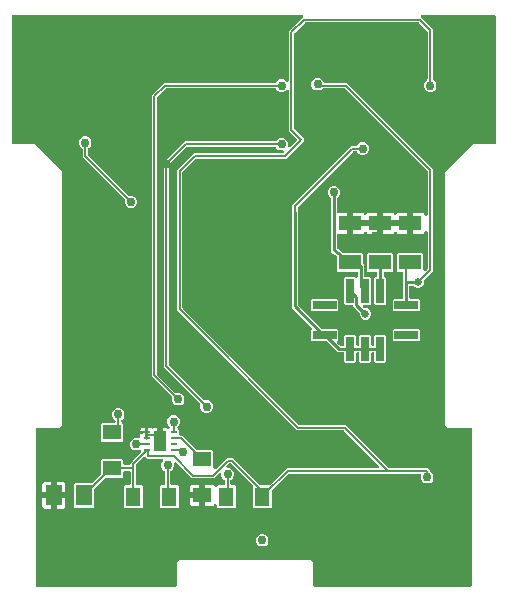
<source format=gbr>
G04 EAGLE Gerber RS-274X export*
G75*
%MOMM*%
%FSLAX34Y34*%
%LPD*%
%INBottom Copper*%
%IPPOS*%
%AMOC8*
5,1,8,0,0,1.08239X$1,22.5*%
G01*
%ADD10R,1.000000X1.700000*%
%ADD11R,0.600000X0.250000*%
%ADD12R,1.400000X1.800000*%
%ADD13R,1.600000X1.300000*%
%ADD14R,1.300000X1.600000*%
%ADD15R,1.905000X1.270000*%
%ADD16R,2.000000X0.700000*%
%ADD17R,0.700000X2.000000*%
%ADD18C,0.152400*%
%ADD19C,0.756400*%
%ADD20C,0.228600*%
%ADD21C,0.660400*%

G36*
X122038Y3826D02*
X122038Y3826D01*
X122157Y3833D01*
X122195Y3846D01*
X122236Y3851D01*
X122346Y3894D01*
X122459Y3931D01*
X122494Y3953D01*
X122531Y3968D01*
X122627Y4037D01*
X122728Y4101D01*
X122756Y4131D01*
X122789Y4154D01*
X122865Y4246D01*
X122946Y4333D01*
X122966Y4368D01*
X122991Y4399D01*
X123042Y4507D01*
X123100Y4611D01*
X123110Y4651D01*
X123127Y4687D01*
X123149Y4804D01*
X123179Y4919D01*
X123183Y4979D01*
X123187Y4999D01*
X123185Y5020D01*
X123189Y5080D01*
X123189Y24078D01*
X125422Y26311D01*
X236578Y26311D01*
X238811Y24078D01*
X238811Y5080D01*
X238826Y4962D01*
X238833Y4843D01*
X238846Y4805D01*
X238851Y4764D01*
X238894Y4654D01*
X238931Y4541D01*
X238953Y4506D01*
X238968Y4469D01*
X239037Y4373D01*
X239101Y4272D01*
X239131Y4244D01*
X239154Y4211D01*
X239246Y4135D01*
X239333Y4054D01*
X239368Y4034D01*
X239399Y4009D01*
X239507Y3958D01*
X239611Y3900D01*
X239651Y3890D01*
X239687Y3873D01*
X239804Y3851D01*
X239919Y3821D01*
X239979Y3817D01*
X239999Y3813D01*
X240020Y3815D01*
X240080Y3811D01*
X371920Y3811D01*
X372038Y3826D01*
X372157Y3833D01*
X372195Y3846D01*
X372236Y3851D01*
X372346Y3894D01*
X372459Y3931D01*
X372494Y3953D01*
X372531Y3968D01*
X372627Y4037D01*
X372728Y4101D01*
X372756Y4131D01*
X372789Y4154D01*
X372865Y4246D01*
X372946Y4333D01*
X372966Y4368D01*
X372991Y4399D01*
X373042Y4507D01*
X373100Y4611D01*
X373110Y4651D01*
X373127Y4687D01*
X373149Y4804D01*
X373179Y4919D01*
X373183Y4979D01*
X373187Y4999D01*
X373185Y5020D01*
X373189Y5080D01*
X373189Y136920D01*
X373174Y137038D01*
X373167Y137157D01*
X373154Y137195D01*
X373149Y137236D01*
X373106Y137346D01*
X373069Y137459D01*
X373047Y137494D01*
X373032Y137531D01*
X372963Y137627D01*
X372899Y137728D01*
X372869Y137756D01*
X372846Y137789D01*
X372754Y137865D01*
X372667Y137946D01*
X372632Y137966D01*
X372601Y137991D01*
X372493Y138042D01*
X372389Y138100D01*
X372349Y138110D01*
X372313Y138127D01*
X372196Y138149D01*
X372081Y138179D01*
X372021Y138183D01*
X372001Y138187D01*
X371980Y138185D01*
X371920Y138189D01*
X352922Y138189D01*
X350689Y140422D01*
X350689Y249899D01*
X350689Y249900D01*
X350689Y249902D01*
X350473Y351218D01*
X350461Y351312D01*
X350458Y351406D01*
X350457Y351413D01*
X350468Y353307D01*
X350468Y353310D01*
X350468Y353318D01*
X350465Y354895D01*
X351586Y356002D01*
X351588Y356005D01*
X351594Y356010D01*
X352939Y357361D01*
X352959Y357373D01*
X353044Y357446D01*
X353058Y357457D01*
X353065Y357465D01*
X353081Y357479D01*
X373061Y377215D01*
X373063Y377217D01*
X373067Y377220D01*
X374181Y378334D01*
X375758Y378325D01*
X375761Y378325D01*
X375766Y378325D01*
X391920Y378325D01*
X392038Y378340D01*
X392157Y378347D01*
X392195Y378360D01*
X392236Y378365D01*
X392346Y378408D01*
X392459Y378445D01*
X392494Y378467D01*
X392531Y378482D01*
X392627Y378551D01*
X392728Y378615D01*
X392756Y378645D01*
X392789Y378668D01*
X392865Y378760D01*
X392946Y378847D01*
X392966Y378882D01*
X392991Y378913D01*
X393042Y379021D01*
X393100Y379125D01*
X393110Y379165D01*
X393127Y379201D01*
X393149Y379318D01*
X393179Y379433D01*
X393183Y379493D01*
X393187Y379513D01*
X393185Y379534D01*
X393189Y379594D01*
X393189Y486920D01*
X393174Y487038D01*
X393167Y487157D01*
X393154Y487195D01*
X393149Y487236D01*
X393106Y487346D01*
X393069Y487459D01*
X393047Y487494D01*
X393032Y487531D01*
X392963Y487627D01*
X392899Y487728D01*
X392869Y487756D01*
X392846Y487789D01*
X392754Y487865D01*
X392667Y487946D01*
X392632Y487966D01*
X392601Y487991D01*
X392493Y488042D01*
X392389Y488100D01*
X392349Y488110D01*
X392313Y488127D01*
X392196Y488149D01*
X392081Y488179D01*
X392021Y488183D01*
X392001Y488187D01*
X391980Y488185D01*
X391920Y488189D01*
X330909Y488189D01*
X330771Y488172D01*
X330633Y488159D01*
X330613Y488152D01*
X330593Y488149D01*
X330464Y488098D01*
X330333Y488051D01*
X330316Y488040D01*
X330298Y488032D01*
X330186Y487951D01*
X330070Y487873D01*
X330057Y487857D01*
X330040Y487846D01*
X329952Y487738D01*
X329860Y487634D01*
X329850Y487616D01*
X329838Y487601D01*
X329778Y487475D01*
X329715Y487351D01*
X329711Y487331D01*
X329702Y487313D01*
X329676Y487177D01*
X329645Y487041D01*
X329646Y487020D01*
X329642Y487001D01*
X329651Y486862D01*
X329655Y486723D01*
X329661Y486703D01*
X329662Y486683D01*
X329705Y486551D01*
X329743Y486417D01*
X329754Y486400D01*
X329760Y486381D01*
X329835Y486263D01*
X329905Y486143D01*
X329924Y486122D01*
X329930Y486112D01*
X329945Y486098D01*
X330011Y486023D01*
X340107Y475927D01*
X340107Y433635D01*
X340110Y433605D01*
X340108Y433576D01*
X340130Y433448D01*
X340147Y433319D01*
X340157Y433292D01*
X340163Y433263D01*
X340216Y433144D01*
X340264Y433024D01*
X340281Y433000D01*
X340293Y432973D01*
X340374Y432871D01*
X340450Y432766D01*
X340473Y432747D01*
X340492Y432724D01*
X340595Y432646D01*
X340695Y432563D01*
X340722Y432551D01*
X340746Y432533D01*
X340816Y432498D01*
X342319Y430996D01*
X343127Y429046D01*
X343127Y426934D01*
X342319Y424984D01*
X340826Y423491D01*
X338876Y422683D01*
X336764Y422683D01*
X334814Y423491D01*
X333321Y424984D01*
X332513Y426934D01*
X332513Y429046D01*
X333321Y430996D01*
X334824Y432499D01*
X334913Y432556D01*
X335026Y432620D01*
X335047Y432640D01*
X335072Y432656D01*
X335161Y432751D01*
X335254Y432841D01*
X335270Y432866D01*
X335290Y432888D01*
X335353Y433001D01*
X335421Y433112D01*
X335429Y433140D01*
X335444Y433166D01*
X335476Y433292D01*
X335514Y433416D01*
X335516Y433446D01*
X335523Y433474D01*
X335533Y433635D01*
X335533Y473507D01*
X335521Y473605D01*
X335518Y473704D01*
X335501Y473762D01*
X335493Y473823D01*
X335457Y473915D01*
X335429Y474010D01*
X335399Y474062D01*
X335376Y474118D01*
X335318Y474198D01*
X335268Y474284D01*
X335202Y474359D01*
X335190Y474376D01*
X335180Y474383D01*
X335162Y474405D01*
X328355Y481212D01*
X328276Y481272D01*
X328204Y481340D01*
X328151Y481369D01*
X328103Y481406D01*
X328012Y481446D01*
X327926Y481494D01*
X327867Y481509D01*
X327811Y481533D01*
X327713Y481548D01*
X327618Y481573D01*
X327518Y481579D01*
X327497Y481583D01*
X327485Y481581D01*
X327457Y481583D01*
X232613Y481583D01*
X232515Y481571D01*
X232416Y481568D01*
X232358Y481551D01*
X232297Y481543D01*
X232205Y481507D01*
X232110Y481479D01*
X232058Y481449D01*
X232002Y481426D01*
X231922Y481368D01*
X231836Y481318D01*
X231761Y481252D01*
X231744Y481240D01*
X231737Y481230D01*
X231715Y481212D01*
X223003Y472500D01*
X222943Y472421D01*
X222875Y472349D01*
X222846Y472296D01*
X222809Y472248D01*
X222769Y472157D01*
X222721Y472071D01*
X222706Y472012D01*
X222682Y471956D01*
X222667Y471858D01*
X222642Y471763D01*
X222636Y471663D01*
X222632Y471642D01*
X222634Y471630D01*
X222632Y471602D01*
X222632Y391998D01*
X222644Y391900D01*
X222647Y391801D01*
X222664Y391743D01*
X222672Y391682D01*
X222708Y391590D01*
X222736Y391495D01*
X222766Y391443D01*
X222789Y391387D01*
X222847Y391307D01*
X222897Y391221D01*
X222963Y391146D01*
X222975Y391129D01*
X222985Y391122D01*
X223003Y391100D01*
X230887Y383217D01*
X230887Y381323D01*
X215577Y366013D01*
X139903Y366013D01*
X139805Y366001D01*
X139706Y365998D01*
X139648Y365981D01*
X139587Y365973D01*
X139495Y365937D01*
X139400Y365909D01*
X139348Y365879D01*
X139292Y365856D01*
X139212Y365798D01*
X139126Y365748D01*
X139051Y365682D01*
X139034Y365670D01*
X139027Y365660D01*
X139005Y365642D01*
X128388Y355025D01*
X128328Y354946D01*
X128260Y354874D01*
X128235Y354829D01*
X128215Y354804D01*
X128210Y354794D01*
X128194Y354773D01*
X128154Y354682D01*
X128106Y354596D01*
X128094Y354549D01*
X128079Y354517D01*
X128076Y354503D01*
X128067Y354481D01*
X128052Y354383D01*
X128027Y354288D01*
X128023Y354223D01*
X128019Y354204D01*
X128020Y354186D01*
X128017Y354167D01*
X128019Y354155D01*
X128017Y354127D01*
X128017Y240233D01*
X128029Y240135D01*
X128032Y240036D01*
X128049Y239978D01*
X128057Y239917D01*
X128093Y239825D01*
X128121Y239730D01*
X128151Y239678D01*
X128174Y239622D01*
X128232Y239542D01*
X128282Y239456D01*
X128348Y239381D01*
X128360Y239364D01*
X128370Y239357D01*
X128388Y239335D01*
X226635Y141088D01*
X226714Y141028D01*
X226786Y140960D01*
X226839Y140931D01*
X226887Y140894D01*
X226978Y140854D01*
X227064Y140806D01*
X227123Y140791D01*
X227179Y140767D01*
X227277Y140752D01*
X227372Y140727D01*
X227472Y140721D01*
X227493Y140717D01*
X227505Y140719D01*
X227533Y140717D01*
X266377Y140717D01*
X302835Y104258D01*
X302914Y104198D01*
X302986Y104130D01*
X303039Y104101D01*
X303087Y104064D01*
X303178Y104024D01*
X303264Y103976D01*
X303323Y103961D01*
X303379Y103937D01*
X303477Y103922D01*
X303572Y103897D01*
X303672Y103891D01*
X303693Y103887D01*
X303705Y103889D01*
X303733Y103887D01*
X336227Y103887D01*
X337567Y102547D01*
X337567Y102165D01*
X337570Y102135D01*
X337568Y102106D01*
X337590Y101978D01*
X337607Y101849D01*
X337617Y101822D01*
X337623Y101793D01*
X337676Y101674D01*
X337724Y101554D01*
X337741Y101530D01*
X337753Y101503D01*
X337834Y101401D01*
X337910Y101296D01*
X337933Y101277D01*
X337952Y101254D01*
X338055Y101176D01*
X338155Y101093D01*
X338182Y101081D01*
X338206Y101063D01*
X338276Y101028D01*
X339779Y99526D01*
X340587Y97576D01*
X340587Y95464D01*
X339779Y93514D01*
X338286Y92021D01*
X336336Y91213D01*
X334224Y91213D01*
X332274Y92021D01*
X330781Y93514D01*
X329973Y95464D01*
X329973Y97584D01*
X329979Y97606D01*
X330000Y97651D01*
X330021Y97759D01*
X330050Y97865D01*
X330051Y97915D01*
X330060Y97964D01*
X330053Y98073D01*
X330055Y98183D01*
X330044Y98231D01*
X330040Y98281D01*
X330007Y98385D01*
X329981Y98492D01*
X329958Y98536D01*
X329942Y98583D01*
X329884Y98676D01*
X329832Y98773D01*
X329799Y98810D01*
X329772Y98852D01*
X329692Y98927D01*
X329618Y99009D01*
X329577Y99036D01*
X329541Y99070D01*
X329444Y99123D01*
X329353Y99183D01*
X329306Y99200D01*
X329262Y99224D01*
X329156Y99251D01*
X329052Y99287D01*
X329002Y99291D01*
X328954Y99303D01*
X328793Y99313D01*
X218643Y99313D01*
X218545Y99301D01*
X218446Y99298D01*
X218388Y99281D01*
X218327Y99273D01*
X218235Y99237D01*
X218140Y99209D01*
X218088Y99179D01*
X218032Y99156D01*
X217952Y99098D01*
X217866Y99048D01*
X217791Y98982D01*
X217774Y98970D01*
X217767Y98960D01*
X217745Y98942D01*
X203976Y85173D01*
X203916Y85094D01*
X203848Y85022D01*
X203819Y84969D01*
X203782Y84921D01*
X203742Y84830D01*
X203694Y84744D01*
X203679Y84685D01*
X203655Y84629D01*
X203640Y84531D01*
X203615Y84436D01*
X203609Y84336D01*
X203605Y84315D01*
X203607Y84303D01*
X203605Y84275D01*
X203605Y71378D01*
X202712Y70485D01*
X188448Y70485D01*
X187555Y71378D01*
X187555Y88794D01*
X187574Y88830D01*
X187583Y88870D01*
X187599Y88907D01*
X187617Y89024D01*
X187643Y89141D01*
X187642Y89181D01*
X187648Y89221D01*
X187637Y89339D01*
X187634Y89458D01*
X187623Y89497D01*
X187619Y89537D01*
X187578Y89650D01*
X187545Y89764D01*
X187525Y89799D01*
X187511Y89837D01*
X187444Y89935D01*
X187384Y90038D01*
X187344Y90083D01*
X187333Y90100D01*
X187317Y90113D01*
X187277Y90159D01*
X169605Y107832D01*
X169526Y107892D01*
X169454Y107960D01*
X169401Y107989D01*
X169353Y108026D01*
X169262Y108066D01*
X169176Y108114D01*
X169117Y108129D01*
X169061Y108153D01*
X168963Y108168D01*
X168868Y108193D01*
X168768Y108199D01*
X168747Y108203D01*
X168735Y108201D01*
X168707Y108203D01*
X167843Y108203D01*
X167745Y108191D01*
X167646Y108188D01*
X167588Y108171D01*
X167527Y108163D01*
X167435Y108127D01*
X167340Y108099D01*
X167288Y108069D01*
X167232Y108046D01*
X167152Y107988D01*
X167066Y107938D01*
X166991Y107872D01*
X166974Y107860D01*
X166967Y107850D01*
X166945Y107832D01*
X165647Y106533D01*
X165562Y106424D01*
X165474Y106317D01*
X165465Y106298D01*
X165452Y106282D01*
X165397Y106155D01*
X165338Y106029D01*
X165334Y106009D01*
X165326Y105990D01*
X165304Y105852D01*
X165278Y105716D01*
X165279Y105696D01*
X165276Y105676D01*
X165289Y105537D01*
X165298Y105399D01*
X165304Y105380D01*
X165306Y105360D01*
X165353Y105228D01*
X165396Y105097D01*
X165407Y105079D01*
X165414Y105060D01*
X165492Y104945D01*
X165566Y104828D01*
X165581Y104814D01*
X165592Y104797D01*
X165697Y104705D01*
X165798Y104610D01*
X165815Y104600D01*
X165831Y104587D01*
X165955Y104523D01*
X166076Y104456D01*
X166096Y104451D01*
X166114Y104442D01*
X166250Y104412D01*
X166384Y104377D01*
X166412Y104375D01*
X166424Y104372D01*
X166445Y104373D01*
X166545Y104367D01*
X167426Y104367D01*
X169376Y103559D01*
X170869Y102066D01*
X171677Y100116D01*
X171677Y98004D01*
X170869Y96054D01*
X169366Y94551D01*
X169277Y94494D01*
X169164Y94430D01*
X169143Y94410D01*
X169118Y94394D01*
X169029Y94299D01*
X168936Y94209D01*
X168920Y94184D01*
X168900Y94162D01*
X168837Y94049D01*
X168769Y93938D01*
X168761Y93910D01*
X168746Y93884D01*
X168714Y93758D01*
X168676Y93634D01*
X168674Y93604D01*
X168667Y93576D01*
X168657Y93415D01*
X168657Y90804D01*
X168672Y90686D01*
X168679Y90567D01*
X168692Y90529D01*
X168697Y90488D01*
X168740Y90378D01*
X168777Y90265D01*
X168799Y90230D01*
X168814Y90193D01*
X168883Y90097D01*
X168947Y89996D01*
X168977Y89968D01*
X169000Y89935D01*
X169092Y89859D01*
X169179Y89778D01*
X169214Y89758D01*
X169245Y89733D01*
X169353Y89682D01*
X169457Y89624D01*
X169497Y89614D01*
X169533Y89597D01*
X169650Y89575D01*
X169765Y89545D01*
X169825Y89541D01*
X169845Y89537D01*
X169866Y89539D01*
X169926Y89535D01*
X172232Y89535D01*
X173125Y88642D01*
X173125Y71378D01*
X172232Y70485D01*
X157968Y70485D01*
X157075Y71378D01*
X157075Y72418D01*
X157058Y72556D01*
X157045Y72694D01*
X157038Y72713D01*
X157035Y72733D01*
X156984Y72863D01*
X156937Y72994D01*
X156926Y73010D01*
X156918Y73029D01*
X156837Y73142D01*
X156759Y73257D01*
X156743Y73270D01*
X156732Y73286D01*
X156624Y73375D01*
X156520Y73467D01*
X156502Y73476D01*
X156487Y73489D01*
X156361Y73549D01*
X156237Y73612D01*
X156217Y73616D01*
X156199Y73625D01*
X156062Y73651D01*
X155927Y73681D01*
X155906Y73681D01*
X155887Y73685D01*
X155748Y73676D01*
X155609Y73672D01*
X155589Y73666D01*
X155569Y73665D01*
X155437Y73622D01*
X155303Y73583D01*
X155286Y73573D01*
X155267Y73567D01*
X155149Y73493D01*
X155029Y73422D01*
X155008Y73403D01*
X154998Y73397D01*
X154984Y73382D01*
X154908Y73315D01*
X154340Y72747D01*
X153761Y72412D01*
X153114Y72239D01*
X147319Y72239D01*
X147319Y80010D01*
X147304Y80128D01*
X147297Y80247D01*
X147284Y80285D01*
X147279Y80325D01*
X147235Y80436D01*
X147199Y80549D01*
X147177Y80584D01*
X147162Y80621D01*
X147092Y80717D01*
X147029Y80818D01*
X146999Y80846D01*
X146975Y80878D01*
X146884Y80954D01*
X146797Y81036D01*
X146762Y81055D01*
X146730Y81081D01*
X146623Y81132D01*
X146519Y81189D01*
X146479Y81200D01*
X146443Y81217D01*
X146326Y81239D01*
X146211Y81269D01*
X146150Y81273D01*
X146130Y81277D01*
X146110Y81275D01*
X146050Y81279D01*
X144779Y81279D01*
X144779Y81281D01*
X146050Y81281D01*
X146168Y81296D01*
X146287Y81303D01*
X146325Y81316D01*
X146365Y81321D01*
X146476Y81365D01*
X146589Y81401D01*
X146624Y81423D01*
X146661Y81438D01*
X146757Y81508D01*
X146858Y81571D01*
X146886Y81601D01*
X146918Y81625D01*
X146994Y81716D01*
X147076Y81803D01*
X147095Y81838D01*
X147121Y81870D01*
X147172Y81977D01*
X147229Y82081D01*
X147240Y82121D01*
X147257Y82157D01*
X147279Y82274D01*
X147309Y82389D01*
X147313Y82450D01*
X147317Y82470D01*
X147315Y82490D01*
X147319Y82550D01*
X147319Y90321D01*
X153114Y90321D01*
X153761Y90148D01*
X154340Y89813D01*
X154813Y89340D01*
X155070Y88896D01*
X155146Y88796D01*
X155216Y88691D01*
X155242Y88669D01*
X155262Y88642D01*
X155360Y88564D01*
X155455Y88481D01*
X155485Y88466D01*
X155511Y88445D01*
X155626Y88393D01*
X155738Y88336D01*
X155771Y88329D01*
X155802Y88315D01*
X155926Y88294D01*
X156048Y88267D01*
X156082Y88268D01*
X156115Y88262D01*
X156240Y88273D01*
X156366Y88276D01*
X156399Y88286D01*
X156432Y88289D01*
X156551Y88330D01*
X156672Y88365D01*
X156701Y88382D01*
X156732Y88393D01*
X156837Y88462D01*
X156946Y88526D01*
X156982Y88559D01*
X156997Y88569D01*
X157012Y88585D01*
X157066Y88633D01*
X157968Y89535D01*
X162814Y89535D01*
X162932Y89550D01*
X163051Y89557D01*
X163089Y89570D01*
X163130Y89575D01*
X163240Y89618D01*
X163353Y89655D01*
X163388Y89677D01*
X163425Y89692D01*
X163521Y89761D01*
X163622Y89825D01*
X163650Y89855D01*
X163683Y89878D01*
X163759Y89970D01*
X163840Y90057D01*
X163860Y90092D01*
X163885Y90123D01*
X163936Y90231D01*
X163994Y90335D01*
X164004Y90375D01*
X164021Y90411D01*
X164043Y90528D01*
X164073Y90643D01*
X164077Y90703D01*
X164081Y90723D01*
X164079Y90744D01*
X164083Y90804D01*
X164083Y93415D01*
X164080Y93445D01*
X164082Y93474D01*
X164060Y93602D01*
X164043Y93731D01*
X164033Y93758D01*
X164027Y93787D01*
X163974Y93906D01*
X163926Y94026D01*
X163909Y94050D01*
X163897Y94077D01*
X163816Y94179D01*
X163740Y94284D01*
X163717Y94303D01*
X163698Y94326D01*
X163595Y94404D01*
X163495Y94487D01*
X163468Y94499D01*
X163444Y94517D01*
X163374Y94552D01*
X161871Y96054D01*
X161063Y98004D01*
X161063Y98885D01*
X161046Y99023D01*
X161033Y99161D01*
X161026Y99181D01*
X161023Y99201D01*
X160972Y99329D01*
X160925Y99461D01*
X160914Y99478D01*
X160906Y99496D01*
X160825Y99609D01*
X160747Y99724D01*
X160731Y99737D01*
X160720Y99754D01*
X160612Y99842D01*
X160508Y99934D01*
X160490Y99944D01*
X160475Y99956D01*
X160349Y100016D01*
X160225Y100079D01*
X160205Y100083D01*
X160187Y100092D01*
X160051Y100118D01*
X159915Y100149D01*
X159894Y100148D01*
X159875Y100152D01*
X159736Y100143D01*
X159597Y100139D01*
X159577Y100133D01*
X159557Y100132D01*
X159425Y100089D01*
X159291Y100051D01*
X159274Y100040D01*
X159255Y100034D01*
X159137Y99959D01*
X159017Y99889D01*
X158996Y99870D01*
X158986Y99864D01*
X158972Y99849D01*
X158897Y99783D01*
X154617Y95503D01*
X136213Y95503D01*
X134502Y97214D01*
X134502Y97215D01*
X123043Y108673D01*
X122934Y108758D01*
X122827Y108846D01*
X122808Y108855D01*
X122792Y108868D01*
X122664Y108923D01*
X122539Y108982D01*
X122519Y108986D01*
X122500Y108994D01*
X122362Y109016D01*
X122226Y109042D01*
X122206Y109041D01*
X122186Y109044D01*
X122047Y109031D01*
X121909Y109022D01*
X121890Y109016D01*
X121870Y109014D01*
X121738Y108967D01*
X121607Y108924D01*
X121589Y108913D01*
X121570Y108906D01*
X121455Y108828D01*
X121338Y108754D01*
X121324Y108739D01*
X121307Y108728D01*
X121215Y108624D01*
X121120Y108522D01*
X121110Y108504D01*
X121097Y108489D01*
X121033Y108365D01*
X120966Y108244D01*
X120961Y108224D01*
X120952Y108206D01*
X120922Y108070D01*
X120887Y107936D01*
X120885Y107908D01*
X120882Y107896D01*
X120883Y107875D01*
X120877Y107775D01*
X120877Y105624D01*
X120069Y103674D01*
X118566Y102171D01*
X118477Y102114D01*
X118364Y102050D01*
X118343Y102030D01*
X118318Y102014D01*
X118229Y101919D01*
X118136Y101829D01*
X118120Y101804D01*
X118100Y101782D01*
X118037Y101669D01*
X117969Y101558D01*
X117961Y101530D01*
X117946Y101504D01*
X117914Y101378D01*
X117876Y101254D01*
X117874Y101224D01*
X117867Y101196D01*
X117857Y101035D01*
X117857Y90804D01*
X117872Y90686D01*
X117879Y90567D01*
X117892Y90529D01*
X117897Y90488D01*
X117940Y90378D01*
X117977Y90265D01*
X117999Y90230D01*
X118014Y90193D01*
X118083Y90097D01*
X118147Y89996D01*
X118177Y89968D01*
X118200Y89935D01*
X118292Y89859D01*
X118379Y89778D01*
X118414Y89758D01*
X118445Y89733D01*
X118553Y89682D01*
X118657Y89624D01*
X118697Y89614D01*
X118733Y89597D01*
X118850Y89575D01*
X118965Y89545D01*
X119025Y89541D01*
X119045Y89537D01*
X119066Y89539D01*
X119126Y89535D01*
X123972Y89535D01*
X124865Y88642D01*
X124865Y71378D01*
X123972Y70485D01*
X109708Y70485D01*
X108815Y71378D01*
X108815Y88642D01*
X109708Y89535D01*
X112014Y89535D01*
X112132Y89550D01*
X112251Y89557D01*
X112289Y89570D01*
X112330Y89575D01*
X112440Y89618D01*
X112553Y89655D01*
X112588Y89677D01*
X112625Y89692D01*
X112721Y89761D01*
X112822Y89825D01*
X112850Y89855D01*
X112883Y89878D01*
X112959Y89970D01*
X113040Y90057D01*
X113060Y90092D01*
X113085Y90123D01*
X113136Y90231D01*
X113194Y90335D01*
X113204Y90375D01*
X113221Y90411D01*
X113243Y90528D01*
X113273Y90643D01*
X113277Y90703D01*
X113281Y90723D01*
X113279Y90744D01*
X113283Y90804D01*
X113283Y101035D01*
X113280Y101065D01*
X113282Y101094D01*
X113260Y101222D01*
X113243Y101351D01*
X113233Y101378D01*
X113227Y101407D01*
X113174Y101526D01*
X113126Y101646D01*
X113109Y101670D01*
X113097Y101697D01*
X113016Y101799D01*
X112940Y101904D01*
X112917Y101923D01*
X112898Y101946D01*
X112795Y102024D01*
X112695Y102107D01*
X112668Y102119D01*
X112644Y102137D01*
X112574Y102172D01*
X111071Y103674D01*
X110263Y105624D01*
X110263Y107736D01*
X111071Y109686D01*
X111232Y109846D01*
X111317Y109956D01*
X111406Y110063D01*
X111414Y110082D01*
X111427Y110098D01*
X111482Y110226D01*
X111541Y110351D01*
X111545Y110371D01*
X111553Y110390D01*
X111575Y110527D01*
X111601Y110664D01*
X111600Y110684D01*
X111603Y110704D01*
X111590Y110842D01*
X111581Y110981D01*
X111575Y111000D01*
X111573Y111020D01*
X111526Y111151D01*
X111483Y111283D01*
X111472Y111301D01*
X111465Y111320D01*
X111387Y111435D01*
X111313Y111552D01*
X111298Y111566D01*
X111287Y111583D01*
X111183Y111675D01*
X111081Y111770D01*
X111064Y111780D01*
X111048Y111793D01*
X110924Y111857D01*
X110803Y111924D01*
X110783Y111929D01*
X110765Y111938D01*
X110629Y111968D01*
X110495Y112003D01*
X110467Y112005D01*
X110455Y112008D01*
X110434Y112007D01*
X110334Y112013D01*
X98113Y112013D01*
X96782Y113344D01*
X96688Y113417D01*
X96599Y113495D01*
X96563Y113514D01*
X96531Y113539D01*
X96422Y113586D01*
X96316Y113640D01*
X96277Y113649D01*
X96239Y113665D01*
X96122Y113684D01*
X96006Y113710D01*
X95965Y113708D01*
X95925Y113715D01*
X95807Y113704D01*
X95688Y113700D01*
X95649Y113689D01*
X95609Y113685D01*
X95496Y113645D01*
X95382Y113612D01*
X95347Y113591D01*
X95309Y113577D01*
X95211Y113510D01*
X95108Y113450D01*
X95063Y113410D01*
X95046Y113399D01*
X95033Y113383D01*
X94987Y113344D01*
X89018Y107375D01*
X88958Y107296D01*
X88890Y107224D01*
X88861Y107171D01*
X88824Y107123D01*
X88784Y107032D01*
X88736Y106946D01*
X88721Y106887D01*
X88697Y106831D01*
X88682Y106733D01*
X88657Y106638D01*
X88651Y106538D01*
X88647Y106517D01*
X88649Y106505D01*
X88647Y106477D01*
X88647Y90804D01*
X88662Y90686D01*
X88669Y90567D01*
X88682Y90529D01*
X88687Y90488D01*
X88730Y90378D01*
X88767Y90265D01*
X88789Y90230D01*
X88804Y90193D01*
X88873Y90097D01*
X88937Y89996D01*
X88967Y89968D01*
X88990Y89935D01*
X89082Y89859D01*
X89169Y89778D01*
X89204Y89758D01*
X89235Y89733D01*
X89343Y89682D01*
X89447Y89624D01*
X89487Y89614D01*
X89523Y89597D01*
X89640Y89575D01*
X89755Y89545D01*
X89815Y89541D01*
X89835Y89537D01*
X89856Y89539D01*
X89916Y89535D01*
X93492Y89535D01*
X94385Y88642D01*
X94385Y71378D01*
X93492Y70485D01*
X79228Y70485D01*
X78335Y71378D01*
X78335Y88642D01*
X79228Y89535D01*
X82804Y89535D01*
X82922Y89550D01*
X83041Y89557D01*
X83079Y89570D01*
X83120Y89575D01*
X83230Y89618D01*
X83343Y89655D01*
X83378Y89677D01*
X83415Y89692D01*
X83511Y89761D01*
X83612Y89825D01*
X83640Y89855D01*
X83673Y89878D01*
X83749Y89970D01*
X83830Y90057D01*
X83850Y90092D01*
X83875Y90123D01*
X83926Y90231D01*
X83984Y90335D01*
X83994Y90375D01*
X84011Y90411D01*
X84033Y90528D01*
X84063Y90643D01*
X84067Y90703D01*
X84071Y90723D01*
X84069Y90744D01*
X84073Y90804D01*
X84073Y100584D01*
X84058Y100702D01*
X84051Y100821D01*
X84038Y100859D01*
X84033Y100900D01*
X83990Y101010D01*
X83953Y101123D01*
X83931Y101158D01*
X83916Y101195D01*
X83847Y101291D01*
X83783Y101392D01*
X83753Y101420D01*
X83730Y101453D01*
X83638Y101529D01*
X83551Y101610D01*
X83516Y101630D01*
X83485Y101655D01*
X83377Y101706D01*
X83273Y101764D01*
X83233Y101774D01*
X83197Y101791D01*
X83080Y101813D01*
X82965Y101843D01*
X82905Y101847D01*
X82885Y101851D01*
X82864Y101849D01*
X82804Y101853D01*
X79374Y101853D01*
X79256Y101838D01*
X79137Y101831D01*
X79099Y101818D01*
X79058Y101813D01*
X78948Y101770D01*
X78835Y101733D01*
X78800Y101711D01*
X78763Y101696D01*
X78667Y101627D01*
X78566Y101563D01*
X78538Y101533D01*
X78505Y101510D01*
X78429Y101418D01*
X78348Y101331D01*
X78328Y101296D01*
X78303Y101265D01*
X78252Y101157D01*
X78194Y101053D01*
X78184Y101013D01*
X78167Y100977D01*
X78145Y100860D01*
X78115Y100745D01*
X78111Y100685D01*
X78107Y100665D01*
X78109Y100644D01*
X78105Y100584D01*
X78105Y97008D01*
X77212Y96115D01*
X63045Y96115D01*
X62947Y96103D01*
X62848Y96100D01*
X62790Y96083D01*
X62729Y96075D01*
X62637Y96039D01*
X62542Y96011D01*
X62490Y95981D01*
X62434Y95958D01*
X62354Y95900D01*
X62268Y95850D01*
X62193Y95784D01*
X62176Y95772D01*
X62169Y95762D01*
X62147Y95744D01*
X53346Y86943D01*
X53286Y86864D01*
X53218Y86792D01*
X53189Y86739D01*
X53152Y86691D01*
X53112Y86600D01*
X53064Y86514D01*
X53049Y86455D01*
X53025Y86399D01*
X53010Y86301D01*
X52985Y86206D01*
X52979Y86106D01*
X52975Y86085D01*
X52977Y86073D01*
X52975Y86045D01*
X52975Y71648D01*
X52082Y70755D01*
X36818Y70755D01*
X35925Y71648D01*
X35925Y90912D01*
X36818Y91805D01*
X51215Y91805D01*
X51313Y91817D01*
X51412Y91820D01*
X51470Y91837D01*
X51531Y91845D01*
X51623Y91881D01*
X51718Y91909D01*
X51770Y91939D01*
X51826Y91962D01*
X51906Y92020D01*
X51992Y92070D01*
X52067Y92136D01*
X52084Y92148D01*
X52091Y92158D01*
X52113Y92176D01*
X58684Y98747D01*
X58744Y98826D01*
X58812Y98898D01*
X58841Y98951D01*
X58878Y98999D01*
X58918Y99090D01*
X58966Y99176D01*
X58981Y99235D01*
X59005Y99291D01*
X59020Y99389D01*
X59045Y99484D01*
X59051Y99584D01*
X59055Y99605D01*
X59053Y99617D01*
X59055Y99645D01*
X59055Y111272D01*
X59948Y112165D01*
X77212Y112165D01*
X78105Y111272D01*
X78105Y107696D01*
X78120Y107578D01*
X78127Y107459D01*
X78140Y107421D01*
X78145Y107380D01*
X78188Y107270D01*
X78225Y107157D01*
X78247Y107122D01*
X78262Y107085D01*
X78331Y106989D01*
X78395Y106888D01*
X78425Y106860D01*
X78448Y106827D01*
X78540Y106751D01*
X78627Y106670D01*
X78662Y106650D01*
X78693Y106625D01*
X78801Y106574D01*
X78905Y106516D01*
X78945Y106506D01*
X78981Y106489D01*
X79098Y106467D01*
X79213Y106437D01*
X79273Y106433D01*
X79293Y106429D01*
X79314Y106431D01*
X79374Y106427D01*
X82804Y106427D01*
X82922Y106442D01*
X83041Y106449D01*
X83079Y106462D01*
X83120Y106467D01*
X83230Y106510D01*
X83343Y106547D01*
X83378Y106569D01*
X83415Y106584D01*
X83511Y106653D01*
X83612Y106717D01*
X83640Y106747D01*
X83673Y106770D01*
X83749Y106862D01*
X83830Y106949D01*
X83850Y106984D01*
X83875Y107015D01*
X83926Y107123D01*
X83984Y107227D01*
X83994Y107267D01*
X84011Y107303D01*
X84033Y107420D01*
X84063Y107535D01*
X84067Y107595D01*
X84071Y107615D01*
X84069Y107636D01*
X84073Y107696D01*
X84073Y108897D01*
X85784Y110608D01*
X85785Y110608D01*
X92824Y117647D01*
X92884Y117726D01*
X92952Y117798D01*
X92981Y117851D01*
X93018Y117899D01*
X93058Y117990D01*
X93106Y118076D01*
X93121Y118135D01*
X93145Y118191D01*
X93160Y118289D01*
X93185Y118384D01*
X93191Y118484D01*
X93195Y118505D01*
X93193Y118517D01*
X93195Y118545D01*
X93195Y118596D01*
X93189Y118645D01*
X93191Y118695D01*
X93169Y118802D01*
X93155Y118911D01*
X93137Y118957D01*
X93127Y119006D01*
X93079Y119105D01*
X93038Y119207D01*
X93009Y119247D01*
X92987Y119292D01*
X92916Y119375D01*
X92852Y119464D01*
X92813Y119496D01*
X92781Y119534D01*
X92691Y119597D01*
X92607Y119667D01*
X92562Y119688D01*
X92521Y119717D01*
X92418Y119756D01*
X92319Y119803D01*
X92270Y119812D01*
X92224Y119830D01*
X92114Y119842D01*
X92007Y119862D01*
X91957Y119859D01*
X91908Y119865D01*
X91799Y119849D01*
X91689Y119843D01*
X91642Y119827D01*
X91593Y119820D01*
X91440Y119768D01*
X89956Y119153D01*
X87844Y119153D01*
X85894Y119961D01*
X84401Y121454D01*
X83593Y123404D01*
X83593Y125516D01*
X84401Y127466D01*
X85894Y128959D01*
X87844Y129767D01*
X89956Y129767D01*
X90424Y129573D01*
X90472Y129559D01*
X90517Y129538D01*
X90625Y129518D01*
X90731Y129489D01*
X90781Y129488D01*
X90830Y129479D01*
X90939Y129485D01*
X91049Y129484D01*
X91097Y129495D01*
X91147Y129498D01*
X91251Y129532D01*
X91358Y129558D01*
X91402Y129581D01*
X91449Y129596D01*
X91542Y129655D01*
X91639Y129706D01*
X91676Y129740D01*
X91718Y129766D01*
X91793Y129847D01*
X91875Y129920D01*
X91902Y129962D01*
X91936Y129998D01*
X91989Y130094D01*
X92049Y130186D01*
X92066Y130233D01*
X92090Y130277D01*
X92117Y130383D01*
X92153Y130487D01*
X92157Y130536D01*
X92169Y130585D01*
X92179Y130745D01*
X92179Y131084D01*
X92337Y131671D01*
X92349Y131763D01*
X92371Y131853D01*
X92371Y131898D01*
X92376Y131924D01*
X92374Y131948D01*
X92380Y131987D01*
X92369Y132078D01*
X92368Y132171D01*
X92357Y132226D01*
X92356Y132242D01*
X92350Y132260D01*
X92345Y132286D01*
X92343Y132302D01*
X92340Y132310D01*
X92337Y132329D01*
X92179Y132916D01*
X92179Y133231D01*
X93994Y133231D01*
X94068Y133240D01*
X94143Y133239D01*
X94302Y133268D01*
X94303Y133269D01*
X94306Y133270D01*
X94309Y133270D01*
X94310Y133271D01*
X94311Y133271D01*
X94454Y133327D01*
X94599Y133384D01*
X94603Y133386D01*
X94606Y133388D01*
X94729Y133477D01*
X94858Y133569D01*
X94860Y133572D01*
X94864Y133575D01*
X94961Y133692D01*
X95062Y133813D01*
X95064Y133816D01*
X95066Y133820D01*
X95132Y133959D01*
X95200Y134100D01*
X95200Y134104D01*
X95202Y134107D01*
X95231Y134259D01*
X95261Y134412D01*
X95261Y134416D01*
X95262Y134420D01*
X95252Y134574D01*
X95244Y134729D01*
X95242Y134733D01*
X95242Y134737D01*
X95195Y134884D01*
X95147Y135032D01*
X95145Y135036D01*
X95144Y135040D01*
X95061Y135170D01*
X94979Y135302D01*
X94976Y135305D01*
X94974Y135308D01*
X94862Y135414D01*
X94749Y135522D01*
X94745Y135523D01*
X94742Y135526D01*
X94607Y135601D01*
X94471Y135677D01*
X94467Y135678D01*
X94464Y135680D01*
X94314Y135718D01*
X94164Y135758D01*
X94160Y135758D01*
X94156Y135759D01*
X93995Y135769D01*
X92179Y135769D01*
X92179Y136084D01*
X92352Y136731D01*
X92687Y137310D01*
X93160Y137783D01*
X93739Y138118D01*
X94386Y138291D01*
X96451Y138291D01*
X96451Y134500D01*
X96451Y129500D01*
X96466Y129382D01*
X96473Y129263D01*
X96485Y129225D01*
X96490Y129185D01*
X96534Y129074D01*
X96571Y128961D01*
X96593Y128927D01*
X96607Y128889D01*
X96677Y128793D01*
X96741Y128692D01*
X96771Y128664D01*
X96794Y128632D01*
X96886Y128556D01*
X96973Y128474D01*
X97008Y128455D01*
X97039Y128429D01*
X97147Y128378D01*
X97251Y128321D01*
X97290Y128311D01*
X97327Y128293D01*
X97444Y128271D01*
X97559Y128241D01*
X97619Y128237D01*
X97639Y128234D01*
X97640Y128234D01*
X97660Y128235D01*
X97720Y128231D01*
X97838Y128246D01*
X97957Y128253D01*
X97995Y128266D01*
X98036Y128271D01*
X98146Y128315D01*
X98260Y128351D01*
X98294Y128373D01*
X98331Y128388D01*
X98428Y128458D01*
X98528Y128522D01*
X98556Y128551D01*
X98589Y128575D01*
X98665Y128667D01*
X98746Y128753D01*
X98766Y128789D01*
X98792Y128820D01*
X98842Y128927D01*
X98900Y129032D01*
X98910Y129071D01*
X98927Y129107D01*
X98949Y129224D01*
X98979Y129340D01*
X98983Y129400D01*
X98987Y129420D01*
X98986Y129440D01*
X98989Y129500D01*
X98989Y134500D01*
X98989Y138291D01*
X101054Y138291D01*
X101701Y138118D01*
X102052Y137915D01*
X102149Y137874D01*
X102243Y137825D01*
X102295Y137812D01*
X102345Y137792D01*
X102450Y137776D01*
X102553Y137752D01*
X102606Y137753D01*
X102660Y137745D01*
X102765Y137756D01*
X102871Y137758D01*
X102922Y137773D01*
X102976Y137778D01*
X103075Y137815D01*
X103177Y137843D01*
X103210Y137860D01*
X103886Y138041D01*
X106721Y138041D01*
X106721Y128230D01*
X106736Y128112D01*
X106743Y127993D01*
X106755Y127955D01*
X106761Y127915D01*
X106804Y127804D01*
X106841Y127691D01*
X106863Y127657D01*
X106878Y127619D01*
X106947Y127523D01*
X107011Y127422D01*
X107041Y127394D01*
X107064Y127362D01*
X107156Y127286D01*
X107243Y127204D01*
X107278Y127185D01*
X107309Y127159D01*
X107417Y127108D01*
X107521Y127051D01*
X107561Y127041D01*
X107597Y127023D01*
X107714Y127001D01*
X107829Y126971D01*
X107889Y126967D01*
X107909Y126964D01*
X107930Y126965D01*
X107990Y126961D01*
X110450Y126961D01*
X110568Y126976D01*
X110687Y126983D01*
X110725Y126996D01*
X110766Y127001D01*
X110876Y127045D01*
X110989Y127081D01*
X111024Y127103D01*
X111061Y127118D01*
X111157Y127188D01*
X111258Y127251D01*
X111286Y127281D01*
X111319Y127305D01*
X111395Y127396D01*
X111476Y127483D01*
X111496Y127518D01*
X111521Y127550D01*
X111572Y127657D01*
X111630Y127762D01*
X111640Y127801D01*
X111657Y127837D01*
X111679Y127954D01*
X111709Y128070D01*
X111713Y128130D01*
X111717Y128150D01*
X111715Y128170D01*
X111719Y128230D01*
X111719Y138041D01*
X114554Y138041D01*
X115201Y137868D01*
X115338Y137788D01*
X115478Y137729D01*
X115618Y137669D01*
X115625Y137668D01*
X115631Y137665D01*
X115782Y137643D01*
X115932Y137619D01*
X115939Y137619D01*
X115946Y137618D01*
X116097Y137634D01*
X116249Y137649D01*
X116255Y137651D01*
X116262Y137652D01*
X116405Y137705D01*
X116548Y137756D01*
X116554Y137760D01*
X116560Y137762D01*
X116685Y137849D01*
X116811Y137935D01*
X116816Y137940D01*
X116821Y137944D01*
X116921Y138059D01*
X117022Y138173D01*
X117025Y138179D01*
X117029Y138184D01*
X117097Y138320D01*
X117167Y138456D01*
X117168Y138463D01*
X117171Y138469D01*
X117203Y138617D01*
X117236Y138767D01*
X117236Y138773D01*
X117237Y138780D01*
X117231Y138931D01*
X117227Y139085D01*
X117225Y139091D01*
X117224Y139098D01*
X117181Y139243D01*
X117138Y139390D01*
X117135Y139396D01*
X117133Y139402D01*
X117054Y139532D01*
X116977Y139664D01*
X116971Y139671D01*
X116968Y139675D01*
X116961Y139682D01*
X116870Y139785D01*
X116151Y140504D01*
X115343Y142454D01*
X115343Y144566D01*
X116151Y146516D01*
X117644Y148009D01*
X119594Y148817D01*
X121706Y148817D01*
X123656Y148009D01*
X125149Y146516D01*
X125957Y144566D01*
X125957Y142454D01*
X125149Y140504D01*
X124033Y139388D01*
X123960Y139294D01*
X123881Y139205D01*
X123863Y139169D01*
X123838Y139137D01*
X123791Y139028D01*
X123737Y138922D01*
X123728Y138882D01*
X123712Y138845D01*
X123693Y138727D01*
X123667Y138611D01*
X123668Y138571D01*
X123662Y138531D01*
X123673Y138412D01*
X123677Y138294D01*
X123688Y138255D01*
X123692Y138214D01*
X123732Y138102D01*
X123765Y137988D01*
X123786Y137953D01*
X123799Y137915D01*
X123866Y137817D01*
X123927Y137714D01*
X123967Y137669D01*
X123978Y137652D01*
X123993Y137639D01*
X124033Y137593D01*
X125245Y136382D01*
X125245Y133056D01*
X125260Y132938D01*
X125267Y132819D01*
X125280Y132781D01*
X125285Y132740D01*
X125328Y132630D01*
X125365Y132517D01*
X125387Y132482D01*
X125402Y132445D01*
X125471Y132349D01*
X125535Y132248D01*
X125565Y132220D01*
X125588Y132187D01*
X125680Y132111D01*
X125767Y132030D01*
X125802Y132010D01*
X125833Y131985D01*
X125941Y131934D01*
X126045Y131876D01*
X126085Y131866D01*
X126121Y131849D01*
X126238Y131827D01*
X126353Y131797D01*
X126413Y131793D01*
X126433Y131789D01*
X126454Y131791D01*
X126514Y131787D01*
X127987Y131787D01*
X139617Y120156D01*
X139696Y120096D01*
X139768Y120028D01*
X139821Y119999D01*
X139869Y119962D01*
X139960Y119922D01*
X140046Y119874D01*
X140105Y119859D01*
X140161Y119835D01*
X140259Y119820D01*
X140354Y119795D01*
X140454Y119789D01*
X140475Y119785D01*
X140487Y119787D01*
X140515Y119785D01*
X153412Y119785D01*
X154305Y118892D01*
X154305Y104723D01*
X154322Y104585D01*
X154335Y104447D01*
X154342Y104427D01*
X154345Y104407D01*
X154396Y104278D01*
X154443Y104147D01*
X154454Y104130D01*
X154462Y104112D01*
X154543Y104000D01*
X154621Y103884D01*
X154637Y103871D01*
X154648Y103854D01*
X154756Y103766D01*
X154860Y103674D01*
X154878Y103664D01*
X154893Y103652D01*
X155019Y103592D01*
X155143Y103529D01*
X155163Y103525D01*
X155181Y103516D01*
X155317Y103490D01*
X155453Y103459D01*
X155474Y103460D01*
X155493Y103456D01*
X155632Y103465D01*
X155771Y103469D01*
X155791Y103475D01*
X155811Y103476D01*
X155943Y103519D01*
X156077Y103557D01*
X156094Y103568D01*
X156113Y103574D01*
X156231Y103649D01*
X156351Y103719D01*
X156372Y103738D01*
X156382Y103744D01*
X156396Y103759D01*
X156471Y103825D01*
X163712Y111065D01*
X165423Y112777D01*
X171127Y112777D01*
X193997Y89906D01*
X194076Y89846D01*
X194148Y89778D01*
X194201Y89749D01*
X194249Y89712D01*
X194340Y89672D01*
X194426Y89624D01*
X194485Y89609D01*
X194541Y89585D01*
X194639Y89570D01*
X194734Y89545D01*
X194834Y89539D01*
X194855Y89535D01*
X194867Y89537D01*
X194895Y89535D01*
X201345Y89535D01*
X201443Y89547D01*
X201542Y89550D01*
X201600Y89567D01*
X201661Y89575D01*
X201753Y89611D01*
X201848Y89639D01*
X201900Y89669D01*
X201956Y89692D01*
X202036Y89750D01*
X202122Y89800D01*
X202197Y89866D01*
X202214Y89878D01*
X202221Y89888D01*
X202243Y89906D01*
X216223Y103887D01*
X293675Y103887D01*
X293813Y103904D01*
X293951Y103917D01*
X293971Y103924D01*
X293991Y103927D01*
X294120Y103978D01*
X294251Y104025D01*
X294268Y104036D01*
X294286Y104044D01*
X294398Y104125D01*
X294514Y104203D01*
X294527Y104219D01*
X294544Y104230D01*
X294632Y104338D01*
X294724Y104442D01*
X294734Y104460D01*
X294746Y104475D01*
X294806Y104601D01*
X294869Y104725D01*
X294873Y104745D01*
X294882Y104763D01*
X294908Y104899D01*
X294939Y105035D01*
X294938Y105056D01*
X294942Y105075D01*
X294933Y105214D01*
X294929Y105353D01*
X294923Y105373D01*
X294922Y105393D01*
X294879Y105525D01*
X294841Y105659D01*
X294830Y105676D01*
X294824Y105695D01*
X294750Y105813D01*
X294679Y105933D01*
X294660Y105954D01*
X294654Y105964D01*
X294639Y105978D01*
X294573Y106053D01*
X264855Y135772D01*
X264776Y135832D01*
X264704Y135900D01*
X264651Y135929D01*
X264603Y135966D01*
X264512Y136006D01*
X264426Y136054D01*
X264367Y136069D01*
X264311Y136093D01*
X264213Y136108D01*
X264118Y136133D01*
X264018Y136139D01*
X263997Y136143D01*
X263985Y136141D01*
X263957Y136143D01*
X225113Y136143D01*
X223402Y137854D01*
X223402Y137855D01*
X125155Y236102D01*
X123443Y237813D01*
X123443Y356547D01*
X137483Y370587D01*
X213157Y370587D01*
X213255Y370599D01*
X213354Y370602D01*
X213412Y370619D01*
X213473Y370627D01*
X213564Y370663D01*
X213659Y370690D01*
X213712Y370721D01*
X213768Y370744D01*
X213848Y370802D01*
X213933Y370852D01*
X214009Y370918D01*
X214026Y370930D01*
X214033Y370940D01*
X214054Y370958D01*
X214082Y370986D01*
X214167Y371096D01*
X214256Y371203D01*
X214265Y371222D01*
X214277Y371237D01*
X214333Y371365D01*
X214392Y371491D01*
X214396Y371511D01*
X214404Y371529D01*
X214426Y371667D01*
X214452Y371804D01*
X214451Y371823D01*
X214454Y371843D01*
X214441Y371982D01*
X214432Y372121D01*
X214426Y372140D01*
X214424Y372160D01*
X214377Y372291D01*
X214334Y372423D01*
X214323Y372440D01*
X214317Y372459D01*
X214238Y372575D01*
X214164Y372692D01*
X214149Y372706D01*
X214138Y372722D01*
X214034Y372815D01*
X213932Y372910D01*
X213915Y372920D01*
X213900Y372933D01*
X213776Y372996D01*
X213654Y373064D01*
X213634Y373069D01*
X213617Y373078D01*
X213481Y373108D01*
X213346Y373143D01*
X213318Y373145D01*
X213306Y373147D01*
X213286Y373147D01*
X213185Y373153D01*
X211034Y373153D01*
X209084Y373961D01*
X207581Y375464D01*
X207524Y375553D01*
X207460Y375666D01*
X207440Y375687D01*
X207424Y375712D01*
X207329Y375801D01*
X207239Y375894D01*
X207214Y375910D01*
X207192Y375930D01*
X207079Y375993D01*
X206968Y376061D01*
X206940Y376069D01*
X206914Y376084D01*
X206788Y376116D01*
X206664Y376154D01*
X206634Y376156D01*
X206606Y376163D01*
X206445Y376173D01*
X132283Y376173D01*
X132185Y376161D01*
X132086Y376158D01*
X132028Y376141D01*
X131967Y376133D01*
X131875Y376097D01*
X131780Y376069D01*
X131728Y376039D01*
X131672Y376016D01*
X131592Y375958D01*
X131506Y375908D01*
X131431Y375842D01*
X131414Y375830D01*
X131407Y375820D01*
X131385Y375802D01*
X116958Y361375D01*
X116898Y361296D01*
X116830Y361224D01*
X116801Y361171D01*
X116786Y361152D01*
X116785Y361151D01*
X116784Y361150D01*
X116764Y361123D01*
X116724Y361032D01*
X116676Y360946D01*
X116662Y360891D01*
X116649Y360863D01*
X116648Y360856D01*
X116637Y360831D01*
X116622Y360733D01*
X116597Y360638D01*
X116592Y360567D01*
X116589Y360550D01*
X116590Y360535D01*
X116587Y360517D01*
X116589Y360505D01*
X116587Y360477D01*
X116587Y191973D01*
X116599Y191875D01*
X116602Y191776D01*
X116619Y191718D01*
X116627Y191657D01*
X116663Y191565D01*
X116691Y191470D01*
X116721Y191418D01*
X116744Y191362D01*
X116802Y191282D01*
X116852Y191196D01*
X116918Y191121D01*
X116930Y191104D01*
X116940Y191097D01*
X116958Y191075D01*
X146215Y161818D01*
X146239Y161800D01*
X146258Y161778D01*
X146364Y161703D01*
X146467Y161624D01*
X146494Y161612D01*
X146518Y161595D01*
X146639Y161549D01*
X146759Y161497D01*
X146788Y161493D01*
X146816Y161482D01*
X146944Y161468D01*
X147073Y161447D01*
X147102Y161450D01*
X147132Y161447D01*
X147260Y161465D01*
X147389Y161477D01*
X147417Y161487D01*
X147446Y161491D01*
X147521Y161517D01*
X149646Y161517D01*
X151596Y160709D01*
X153089Y159216D01*
X153897Y157266D01*
X153897Y155154D01*
X153089Y153204D01*
X151596Y151711D01*
X149646Y150903D01*
X147534Y150903D01*
X145584Y151711D01*
X144091Y153204D01*
X143283Y155154D01*
X143283Y157280D01*
X143306Y157383D01*
X143341Y157508D01*
X143341Y157537D01*
X143348Y157566D01*
X143344Y157696D01*
X143346Y157826D01*
X143339Y157855D01*
X143338Y157884D01*
X143302Y158009D01*
X143272Y158135D01*
X143258Y158161D01*
X143249Y158190D01*
X143184Y158302D01*
X143123Y158416D01*
X143103Y158438D01*
X143088Y158464D01*
X142982Y158585D01*
X112013Y189553D01*
X112013Y362897D01*
X129863Y380747D01*
X206445Y380747D01*
X206475Y380750D01*
X206504Y380748D01*
X206632Y380770D01*
X206761Y380787D01*
X206788Y380797D01*
X206817Y380803D01*
X206936Y380856D01*
X207056Y380904D01*
X207080Y380921D01*
X207107Y380933D01*
X207209Y381014D01*
X207314Y381090D01*
X207333Y381113D01*
X207356Y381132D01*
X207434Y381235D01*
X207517Y381335D01*
X207529Y381362D01*
X207547Y381386D01*
X207582Y381456D01*
X209084Y382959D01*
X211034Y383767D01*
X213146Y383767D01*
X215096Y382959D01*
X216589Y381466D01*
X217397Y379516D01*
X217397Y377365D01*
X217414Y377227D01*
X217427Y377089D01*
X217434Y377069D01*
X217437Y377049D01*
X217488Y376920D01*
X217535Y376789D01*
X217546Y376772D01*
X217554Y376754D01*
X217635Y376641D01*
X217713Y376526D01*
X217729Y376513D01*
X217740Y376496D01*
X217848Y376407D01*
X217952Y376316D01*
X217970Y376306D01*
X217985Y376294D01*
X218111Y376234D01*
X218235Y376171D01*
X218255Y376167D01*
X218273Y376158D01*
X218409Y376132D01*
X218545Y376101D01*
X218566Y376102D01*
X218585Y376098D01*
X218724Y376107D01*
X218863Y376111D01*
X218883Y376117D01*
X218903Y376118D01*
X219035Y376161D01*
X219169Y376199D01*
X219186Y376210D01*
X219205Y376216D01*
X219323Y376290D01*
X219443Y376361D01*
X219464Y376380D01*
X219474Y376386D01*
X219488Y376401D01*
X219563Y376467D01*
X224469Y381372D01*
X224542Y381467D01*
X224620Y381556D01*
X224639Y381592D01*
X224664Y381624D01*
X224711Y381733D01*
X224765Y381839D01*
X224774Y381878D01*
X224790Y381916D01*
X224809Y382033D01*
X224835Y382149D01*
X224833Y382190D01*
X224840Y382230D01*
X224829Y382348D01*
X224825Y382467D01*
X224814Y382506D01*
X224810Y382546D01*
X224770Y382659D01*
X224737Y382773D01*
X224716Y382807D01*
X224702Y382846D01*
X224635Y382944D01*
X224575Y383047D01*
X224535Y383092D01*
X224524Y383109D01*
X224508Y383122D01*
X224469Y383167D01*
X218058Y389578D01*
X218058Y423389D01*
X218041Y423527D01*
X218028Y423666D01*
X218021Y423685D01*
X218018Y423705D01*
X217967Y423834D01*
X217920Y423965D01*
X217909Y423982D01*
X217901Y424000D01*
X217820Y424113D01*
X217742Y424228D01*
X217726Y424241D01*
X217715Y424258D01*
X217607Y424347D01*
X217503Y424438D01*
X217485Y424448D01*
X217470Y424461D01*
X217344Y424520D01*
X217220Y424583D01*
X217200Y424587D01*
X217182Y424596D01*
X217045Y424622D01*
X216910Y424653D01*
X216889Y424652D01*
X216870Y424656D01*
X216731Y424647D01*
X216592Y424643D01*
X216572Y424637D01*
X216552Y424636D01*
X216420Y424593D01*
X216286Y424555D01*
X216269Y424544D01*
X216250Y424538D01*
X216132Y424464D01*
X216012Y424393D01*
X215991Y424374D01*
X215981Y424368D01*
X215967Y424353D01*
X215892Y424287D01*
X215096Y423491D01*
X213146Y422683D01*
X211034Y422683D01*
X209084Y423491D01*
X207581Y424994D01*
X207524Y425083D01*
X207460Y425196D01*
X207440Y425217D01*
X207424Y425242D01*
X207329Y425331D01*
X207239Y425424D01*
X207214Y425440D01*
X207192Y425460D01*
X207079Y425523D01*
X206968Y425591D01*
X206940Y425599D01*
X206914Y425614D01*
X206788Y425646D01*
X206664Y425684D01*
X206634Y425686D01*
X206606Y425693D01*
X206445Y425703D01*
X114503Y425703D01*
X114405Y425691D01*
X114306Y425688D01*
X114248Y425671D01*
X114187Y425663D01*
X114095Y425627D01*
X114000Y425599D01*
X113948Y425569D01*
X113892Y425546D01*
X113812Y425488D01*
X113726Y425438D01*
X113651Y425372D01*
X113634Y425360D01*
X113627Y425350D01*
X113605Y425332D01*
X106798Y418525D01*
X106738Y418446D01*
X106670Y418374D01*
X106641Y418321D01*
X106604Y418273D01*
X106564Y418182D01*
X106516Y418096D01*
X106501Y418037D01*
X106477Y417981D01*
X106462Y417883D01*
X106437Y417788D01*
X106431Y417688D01*
X106427Y417667D01*
X106429Y417655D01*
X106427Y417627D01*
X106427Y184353D01*
X106439Y184255D01*
X106442Y184156D01*
X106459Y184098D01*
X106467Y184037D01*
X106503Y183945D01*
X106531Y183850D01*
X106561Y183798D01*
X106584Y183742D01*
X106642Y183662D01*
X106692Y183576D01*
X106758Y183501D01*
X106770Y183484D01*
X106780Y183477D01*
X106798Y183455D01*
X122085Y168168D01*
X122109Y168150D01*
X122128Y168128D01*
X122234Y168053D01*
X122337Y167974D01*
X122364Y167962D01*
X122388Y167945D01*
X122509Y167899D01*
X122629Y167847D01*
X122658Y167843D01*
X122686Y167832D01*
X122814Y167818D01*
X122943Y167797D01*
X122972Y167800D01*
X123002Y167797D01*
X123130Y167815D01*
X123259Y167827D01*
X123287Y167837D01*
X123316Y167841D01*
X123391Y167867D01*
X125516Y167867D01*
X127466Y167059D01*
X128959Y165566D01*
X129767Y163616D01*
X129767Y161504D01*
X128959Y159554D01*
X127466Y158061D01*
X125516Y157253D01*
X123404Y157253D01*
X121454Y158061D01*
X119961Y159554D01*
X119153Y161504D01*
X119153Y163630D01*
X119176Y163733D01*
X119211Y163858D01*
X119211Y163887D01*
X119218Y163916D01*
X119214Y164046D01*
X119216Y164176D01*
X119209Y164205D01*
X119208Y164234D01*
X119172Y164359D01*
X119142Y164485D01*
X119128Y164511D01*
X119119Y164540D01*
X119054Y164651D01*
X118993Y164766D01*
X118973Y164788D01*
X118958Y164814D01*
X118852Y164935D01*
X103565Y180222D01*
X101853Y181933D01*
X101853Y420047D01*
X103564Y421758D01*
X103565Y421758D01*
X112083Y430277D01*
X206445Y430277D01*
X206475Y430280D01*
X206504Y430278D01*
X206632Y430300D01*
X206761Y430317D01*
X206788Y430327D01*
X206817Y430333D01*
X206936Y430386D01*
X207056Y430434D01*
X207080Y430451D01*
X207107Y430463D01*
X207209Y430544D01*
X207314Y430620D01*
X207333Y430643D01*
X207356Y430662D01*
X207434Y430765D01*
X207517Y430865D01*
X207529Y430892D01*
X207547Y430916D01*
X207582Y430986D01*
X209084Y432489D01*
X211034Y433297D01*
X213146Y433297D01*
X215096Y432489D01*
X215892Y431693D01*
X216001Y431609D01*
X216108Y431519D01*
X216127Y431511D01*
X216143Y431498D01*
X216270Y431443D01*
X216396Y431384D01*
X216416Y431380D01*
X216435Y431372D01*
X216573Y431350D01*
X216709Y431324D01*
X216729Y431325D01*
X216749Y431322D01*
X216888Y431335D01*
X217026Y431344D01*
X217045Y431350D01*
X217065Y431352D01*
X217197Y431399D01*
X217328Y431442D01*
X217346Y431453D01*
X217365Y431460D01*
X217480Y431538D01*
X217597Y431612D01*
X217611Y431627D01*
X217628Y431638D01*
X217720Y431742D01*
X217815Y431844D01*
X217825Y431861D01*
X217838Y431877D01*
X217901Y432000D01*
X217969Y432122D01*
X217974Y432142D01*
X217983Y432160D01*
X218013Y432296D01*
X218048Y432430D01*
X218050Y432458D01*
X218053Y432470D01*
X218052Y432491D01*
X218058Y432591D01*
X218058Y474022D01*
X228482Y484445D01*
X230059Y486023D01*
X230144Y486132D01*
X230232Y486239D01*
X230241Y486258D01*
X230254Y486274D01*
X230309Y486402D01*
X230368Y486527D01*
X230372Y486547D01*
X230380Y486566D01*
X230402Y486704D01*
X230428Y486840D01*
X230427Y486860D01*
X230430Y486880D01*
X230417Y487019D01*
X230408Y487157D01*
X230402Y487176D01*
X230400Y487196D01*
X230353Y487328D01*
X230310Y487459D01*
X230299Y487477D01*
X230292Y487496D01*
X230214Y487611D01*
X230140Y487728D01*
X230125Y487742D01*
X230114Y487759D01*
X230009Y487851D01*
X229908Y487946D01*
X229891Y487956D01*
X229875Y487969D01*
X229751Y488033D01*
X229630Y488100D01*
X229610Y488105D01*
X229592Y488114D01*
X229456Y488144D01*
X229322Y488179D01*
X229294Y488181D01*
X229282Y488184D01*
X229261Y488183D01*
X229161Y488189D01*
X-14920Y488189D01*
X-15038Y488174D01*
X-15157Y488167D01*
X-15195Y488154D01*
X-15236Y488149D01*
X-15346Y488106D01*
X-15459Y488069D01*
X-15494Y488047D01*
X-15531Y488032D01*
X-15627Y487963D01*
X-15728Y487899D01*
X-15756Y487869D01*
X-15789Y487846D01*
X-15865Y487754D01*
X-15946Y487667D01*
X-15966Y487632D01*
X-15991Y487601D01*
X-16042Y487493D01*
X-16100Y487389D01*
X-16110Y487349D01*
X-16127Y487313D01*
X-16149Y487196D01*
X-16179Y487081D01*
X-16183Y487021D01*
X-16187Y487001D01*
X-16185Y486980D01*
X-16189Y486920D01*
X-16189Y379594D01*
X-16174Y379476D01*
X-16167Y379357D01*
X-16154Y379319D01*
X-16149Y379278D01*
X-16106Y379168D01*
X-16069Y379055D01*
X-16047Y379020D01*
X-16032Y378983D01*
X-15963Y378887D01*
X-15899Y378786D01*
X-15869Y378758D01*
X-15846Y378725D01*
X-15754Y378649D01*
X-15667Y378568D01*
X-15632Y378548D01*
X-15601Y378523D01*
X-15493Y378472D01*
X-15389Y378414D01*
X-15349Y378404D01*
X-15313Y378387D01*
X-15196Y378365D01*
X-15081Y378335D01*
X-15021Y378331D01*
X-15001Y378327D01*
X-14980Y378329D01*
X-14920Y378325D01*
X1220Y378325D01*
X1225Y378325D01*
X1235Y378325D01*
X2810Y378343D01*
X3923Y377230D01*
X3927Y377227D01*
X3934Y377220D01*
X23683Y357926D01*
X23756Y357871D01*
X23822Y357808D01*
X23851Y357792D01*
X25172Y356471D01*
X25176Y356468D01*
X25183Y356460D01*
X26311Y355359D01*
X26311Y353784D01*
X26311Y353779D01*
X26311Y353769D01*
X26333Y351891D01*
X26321Y351845D01*
X26313Y351727D01*
X26311Y351710D01*
X26312Y351702D01*
X26311Y351684D01*
X26311Y140422D01*
X24078Y138189D01*
X5080Y138189D01*
X4962Y138174D01*
X4843Y138167D01*
X4805Y138154D01*
X4764Y138149D01*
X4654Y138106D01*
X4541Y138069D01*
X4506Y138047D01*
X4469Y138032D01*
X4373Y137963D01*
X4272Y137899D01*
X4244Y137869D01*
X4211Y137846D01*
X4135Y137754D01*
X4054Y137667D01*
X4034Y137632D01*
X4009Y137601D01*
X3958Y137493D01*
X3900Y137389D01*
X3890Y137349D01*
X3873Y137313D01*
X3851Y137196D01*
X3821Y137081D01*
X3817Y137021D01*
X3813Y137001D01*
X3815Y136980D01*
X3811Y136920D01*
X3811Y5080D01*
X3826Y4962D01*
X3833Y4843D01*
X3846Y4805D01*
X3851Y4764D01*
X3894Y4654D01*
X3931Y4541D01*
X3953Y4506D01*
X3968Y4469D01*
X4037Y4373D01*
X4101Y4272D01*
X4131Y4244D01*
X4154Y4211D01*
X4246Y4135D01*
X4333Y4054D01*
X4368Y4034D01*
X4399Y4009D01*
X4507Y3958D01*
X4611Y3900D01*
X4651Y3890D01*
X4687Y3873D01*
X4804Y3851D01*
X4919Y3821D01*
X4979Y3817D01*
X4999Y3813D01*
X5020Y3815D01*
X5080Y3811D01*
X121920Y3811D01*
X122038Y3826D01*
G37*
%LPC*%
G36*
X306824Y237291D02*
X306824Y237291D01*
X305931Y238184D01*
X305931Y246448D01*
X306824Y247341D01*
X313519Y247341D01*
X313637Y247356D01*
X313756Y247363D01*
X313794Y247376D01*
X313835Y247381D01*
X313945Y247424D01*
X314058Y247461D01*
X314093Y247483D01*
X314130Y247498D01*
X314226Y247567D01*
X314327Y247631D01*
X314355Y247661D01*
X314388Y247684D01*
X314464Y247776D01*
X314545Y247863D01*
X314565Y247898D01*
X314590Y247929D01*
X314641Y248037D01*
X314699Y248141D01*
X314709Y248181D01*
X314726Y248217D01*
X314748Y248334D01*
X314778Y248449D01*
X314782Y248509D01*
X314786Y248529D01*
X314784Y248550D01*
X314788Y248610D01*
X314788Y262471D01*
X314798Y262480D01*
X314858Y262559D01*
X314926Y262631D01*
X314955Y262684D01*
X314992Y262732D01*
X315032Y262823D01*
X315080Y262909D01*
X315095Y262968D01*
X315119Y263023D01*
X315134Y263121D01*
X315159Y263217D01*
X315165Y263317D01*
X315169Y263337D01*
X315167Y263350D01*
X315169Y263378D01*
X315169Y269240D01*
X315154Y269358D01*
X315147Y269477D01*
X315134Y269515D01*
X315129Y269556D01*
X315086Y269666D01*
X315049Y269779D01*
X315027Y269814D01*
X315012Y269851D01*
X314943Y269947D01*
X314879Y270048D01*
X314849Y270076D01*
X314826Y270109D01*
X314734Y270185D01*
X314647Y270266D01*
X314612Y270286D01*
X314581Y270311D01*
X314473Y270362D01*
X314369Y270420D01*
X314329Y270430D01*
X314293Y270447D01*
X314176Y270469D01*
X314061Y270499D01*
X314001Y270503D01*
X313981Y270507D01*
X313960Y270505D01*
X313900Y270509D01*
X310899Y270509D01*
X310006Y271402D01*
X310006Y285366D01*
X310899Y286259D01*
X331213Y286259D01*
X332106Y285366D01*
X332106Y272364D01*
X332123Y272226D01*
X332136Y272088D01*
X332143Y272068D01*
X332146Y272048D01*
X332197Y271919D01*
X332244Y271788D01*
X332255Y271771D01*
X332263Y271753D01*
X332344Y271640D01*
X332422Y271525D01*
X332438Y271512D01*
X332449Y271495D01*
X332557Y271406D01*
X332661Y271315D01*
X332679Y271305D01*
X332694Y271293D01*
X332820Y271233D01*
X332944Y271170D01*
X332964Y271166D01*
X332982Y271157D01*
X333118Y271131D01*
X333254Y271100D01*
X333275Y271101D01*
X333294Y271097D01*
X333433Y271106D01*
X333572Y271110D01*
X333592Y271116D01*
X333612Y271117D01*
X333744Y271160D01*
X333878Y271198D01*
X333895Y271209D01*
X333914Y271215D01*
X334032Y271289D01*
X334152Y271360D01*
X334173Y271379D01*
X334183Y271385D01*
X334197Y271400D01*
X334272Y271466D01*
X335162Y272355D01*
X335222Y272434D01*
X335290Y272506D01*
X335319Y272559D01*
X335356Y272607D01*
X335396Y272698D01*
X335444Y272784D01*
X335459Y272843D01*
X335483Y272899D01*
X335498Y272997D01*
X335523Y273092D01*
X335529Y273192D01*
X335533Y273213D01*
X335531Y273225D01*
X335533Y273253D01*
X335533Y304079D01*
X335514Y304230D01*
X335497Y304381D01*
X335494Y304387D01*
X335493Y304394D01*
X335437Y304536D01*
X335383Y304678D01*
X335379Y304684D01*
X335376Y304690D01*
X335287Y304813D01*
X335199Y304937D01*
X335193Y304942D01*
X335190Y304947D01*
X335073Y305044D01*
X334956Y305143D01*
X334950Y305146D01*
X334945Y305150D01*
X334808Y305214D01*
X334670Y305281D01*
X334663Y305283D01*
X334657Y305286D01*
X334509Y305314D01*
X334358Y305344D01*
X334351Y305344D01*
X334345Y305345D01*
X334193Y305336D01*
X334040Y305328D01*
X334034Y305326D01*
X334027Y305326D01*
X333883Y305279D01*
X333737Y305233D01*
X333731Y305230D01*
X333725Y305228D01*
X333595Y305146D01*
X333466Y305066D01*
X333462Y305061D01*
X333456Y305057D01*
X333351Y304946D01*
X333246Y304837D01*
X333243Y304831D01*
X333238Y304826D01*
X333164Y304692D01*
X333089Y304560D01*
X333087Y304551D01*
X333084Y304547D01*
X333082Y304537D01*
X333038Y304407D01*
X332949Y304073D01*
X332614Y303494D01*
X332141Y303021D01*
X331562Y302686D01*
X330915Y302513D01*
X323595Y302513D01*
X323595Y310134D01*
X323580Y310252D01*
X323573Y310371D01*
X323560Y310409D01*
X323555Y310449D01*
X323511Y310560D01*
X323475Y310673D01*
X323453Y310708D01*
X323438Y310745D01*
X323368Y310841D01*
X323305Y310942D01*
X323275Y310970D01*
X323251Y311002D01*
X323160Y311078D01*
X323073Y311160D01*
X323038Y311179D01*
X323006Y311205D01*
X322899Y311256D01*
X322795Y311313D01*
X322755Y311324D01*
X322719Y311341D01*
X322602Y311363D01*
X322487Y311393D01*
X322426Y311397D01*
X322406Y311401D01*
X322386Y311399D01*
X322326Y311403D01*
X321055Y311403D01*
X321055Y311405D01*
X322326Y311405D01*
X322444Y311420D01*
X322563Y311427D01*
X322601Y311440D01*
X322641Y311445D01*
X322752Y311489D01*
X322865Y311525D01*
X322900Y311547D01*
X322937Y311562D01*
X323033Y311632D01*
X323134Y311695D01*
X323162Y311725D01*
X323194Y311749D01*
X323270Y311840D01*
X323352Y311927D01*
X323371Y311962D01*
X323397Y311994D01*
X323448Y312101D01*
X323505Y312205D01*
X323516Y312245D01*
X323533Y312281D01*
X323555Y312398D01*
X323585Y312513D01*
X323589Y312574D01*
X323593Y312594D01*
X323591Y312614D01*
X323595Y312674D01*
X323595Y320295D01*
X330915Y320295D01*
X331562Y320122D01*
X332141Y319787D01*
X332614Y319314D01*
X332949Y318735D01*
X333038Y318401D01*
X333096Y318260D01*
X333152Y318118D01*
X333156Y318113D01*
X333158Y318106D01*
X333250Y317982D01*
X333338Y317861D01*
X333344Y317856D01*
X333348Y317851D01*
X333466Y317755D01*
X333583Y317658D01*
X333590Y317655D01*
X333595Y317651D01*
X333734Y317587D01*
X333871Y317522D01*
X333878Y317521D01*
X333884Y317518D01*
X334035Y317491D01*
X334184Y317463D01*
X334190Y317463D01*
X334197Y317462D01*
X334349Y317473D01*
X334501Y317482D01*
X334507Y317484D01*
X334514Y317485D01*
X334659Y317534D01*
X334803Y317580D01*
X334809Y317584D01*
X334816Y317586D01*
X334943Y317669D01*
X335072Y317751D01*
X335077Y317756D01*
X335082Y317759D01*
X335185Y317870D01*
X335290Y317982D01*
X335293Y317988D01*
X335298Y317993D01*
X335370Y318127D01*
X335444Y318261D01*
X335445Y318267D01*
X335448Y318273D01*
X335485Y318421D01*
X335523Y318569D01*
X335524Y318578D01*
X335525Y318582D01*
X335525Y318593D01*
X335533Y318729D01*
X335533Y355397D01*
X335521Y355495D01*
X335518Y355594D01*
X335512Y355615D01*
X335511Y355630D01*
X335499Y355666D01*
X335493Y355713D01*
X335457Y355805D01*
X335429Y355900D01*
X335416Y355922D01*
X335413Y355932D01*
X335396Y355960D01*
X335376Y356008D01*
X335318Y356088D01*
X335268Y356174D01*
X335202Y356249D01*
X335190Y356266D01*
X335180Y356273D01*
X335162Y356295D01*
X266125Y425332D01*
X266046Y425392D01*
X265974Y425460D01*
X265921Y425489D01*
X265873Y425526D01*
X265782Y425566D01*
X265696Y425614D01*
X265637Y425629D01*
X265581Y425653D01*
X265483Y425668D01*
X265388Y425693D01*
X265288Y425699D01*
X265267Y425703D01*
X265255Y425701D01*
X265227Y425703D01*
X247044Y425703D01*
X246946Y425691D01*
X246847Y425688D01*
X246788Y425671D01*
X246728Y425663D01*
X246636Y425627D01*
X246541Y425599D01*
X246489Y425569D01*
X246433Y425546D01*
X246353Y425488D01*
X246267Y425438D01*
X246192Y425372D01*
X246175Y425360D01*
X246167Y425350D01*
X246146Y425331D01*
X245576Y424761D01*
X243626Y423953D01*
X241514Y423953D01*
X239564Y424761D01*
X238071Y426254D01*
X237263Y428204D01*
X237263Y430316D01*
X238071Y432266D01*
X239564Y433759D01*
X241514Y434567D01*
X243626Y434567D01*
X245576Y433759D01*
X247069Y432266D01*
X247568Y431060D01*
X247583Y431035D01*
X247591Y431009D01*
X247592Y431008D01*
X247592Y431007D01*
X247661Y430897D01*
X247726Y430784D01*
X247746Y430763D01*
X247762Y430738D01*
X247857Y430649D01*
X247947Y430556D01*
X247972Y430540D01*
X247994Y430520D01*
X248107Y430457D01*
X248218Y430389D01*
X248246Y430381D01*
X248272Y430366D01*
X248398Y430334D01*
X248522Y430296D01*
X248552Y430294D01*
X248580Y430287D01*
X248741Y430277D01*
X267647Y430277D01*
X340107Y357817D01*
X340107Y270833D01*
X338396Y269122D01*
X338395Y269122D01*
X332604Y263331D01*
X332544Y263252D01*
X332476Y263180D01*
X332447Y263127D01*
X332410Y263079D01*
X332370Y262988D01*
X332322Y262902D01*
X332307Y262843D01*
X332283Y262787D01*
X332268Y262689D01*
X332243Y262594D01*
X332237Y262494D01*
X332233Y262473D01*
X332235Y262461D01*
X332233Y262433D01*
X332233Y260406D01*
X331498Y258632D01*
X330140Y257274D01*
X328366Y256539D01*
X326446Y256539D01*
X324672Y257274D01*
X323619Y258327D01*
X323541Y258387D01*
X323469Y258455D01*
X323416Y258484D01*
X323368Y258521D01*
X323277Y258561D01*
X323191Y258609D01*
X323132Y258624D01*
X323076Y258648D01*
X322978Y258663D01*
X322883Y258688D01*
X322783Y258694D01*
X322762Y258698D01*
X322750Y258696D01*
X322722Y258698D01*
X321393Y258698D01*
X321275Y258683D01*
X321156Y258676D01*
X321118Y258663D01*
X321077Y258658D01*
X320967Y258615D01*
X320854Y258578D01*
X320819Y258556D01*
X320782Y258541D01*
X320686Y258472D01*
X320585Y258408D01*
X320557Y258378D01*
X320524Y258355D01*
X320448Y258263D01*
X320367Y258176D01*
X320347Y258141D01*
X320322Y258110D01*
X320271Y258002D01*
X320213Y257898D01*
X320203Y257858D01*
X320186Y257822D01*
X320164Y257705D01*
X320134Y257590D01*
X320130Y257530D01*
X320126Y257510D01*
X320128Y257489D01*
X320124Y257429D01*
X320124Y248610D01*
X320139Y248492D01*
X320146Y248373D01*
X320159Y248335D01*
X320164Y248294D01*
X320207Y248184D01*
X320244Y248071D01*
X320266Y248036D01*
X320281Y247999D01*
X320350Y247903D01*
X320414Y247802D01*
X320444Y247774D01*
X320467Y247741D01*
X320559Y247665D01*
X320646Y247584D01*
X320681Y247564D01*
X320712Y247539D01*
X320820Y247488D01*
X320924Y247430D01*
X320964Y247420D01*
X321000Y247403D01*
X321117Y247381D01*
X321232Y247351D01*
X321292Y247347D01*
X321312Y247343D01*
X321333Y247345D01*
X321393Y247341D01*
X328088Y247341D01*
X328981Y246448D01*
X328981Y238184D01*
X328088Y237291D01*
X306824Y237291D01*
G37*
%LPD*%
%LPC*%
G36*
X266124Y193591D02*
X266124Y193591D01*
X265231Y194484D01*
X265231Y201179D01*
X265216Y201297D01*
X265209Y201416D01*
X265196Y201454D01*
X265191Y201495D01*
X265148Y201605D01*
X265111Y201718D01*
X265089Y201753D01*
X265074Y201790D01*
X265005Y201886D01*
X264941Y201987D01*
X264911Y202015D01*
X264888Y202048D01*
X264796Y202124D01*
X264709Y202205D01*
X264674Y202225D01*
X264643Y202250D01*
X264535Y202301D01*
X264431Y202359D01*
X264391Y202369D01*
X264355Y202386D01*
X264238Y202408D01*
X264123Y202438D01*
X264063Y202442D01*
X264043Y202446D01*
X264022Y202444D01*
X263962Y202448D01*
X259151Y202448D01*
X250080Y211520D01*
X250001Y211580D01*
X249929Y211648D01*
X249876Y211677D01*
X249828Y211714D01*
X249737Y211754D01*
X249651Y211802D01*
X249592Y211817D01*
X249537Y211841D01*
X249439Y211856D01*
X249343Y211881D01*
X249243Y211887D01*
X249223Y211891D01*
X249210Y211889D01*
X249182Y211891D01*
X237824Y211891D01*
X236931Y212784D01*
X236931Y221048D01*
X237314Y221430D01*
X237387Y221524D01*
X237466Y221614D01*
X237484Y221650D01*
X237509Y221682D01*
X237556Y221791D01*
X237610Y221897D01*
X237619Y221936D01*
X237635Y221973D01*
X237654Y222091D01*
X237680Y222207D01*
X237679Y222247D01*
X237685Y222288D01*
X237674Y222406D01*
X237670Y222525D01*
X237659Y222564D01*
X237655Y222604D01*
X237615Y222716D01*
X237582Y222831D01*
X237561Y222865D01*
X237548Y222903D01*
X237481Y223002D01*
X237420Y223104D01*
X237381Y223150D01*
X237369Y223167D01*
X237354Y223180D01*
X237314Y223225D01*
X222533Y238007D01*
X220598Y239941D01*
X220598Y321789D01*
X220607Y321798D01*
X220668Y321876D01*
X220736Y321949D01*
X220765Y322002D01*
X220802Y322049D01*
X220842Y322140D01*
X220890Y322227D01*
X220905Y322286D01*
X220929Y322341D01*
X220944Y322439D01*
X220969Y322535D01*
X220975Y322635D01*
X220979Y322655D01*
X220977Y322668D01*
X220979Y322696D01*
X220979Y327083D01*
X270833Y376937D01*
X275025Y376937D01*
X275055Y376940D01*
X275084Y376938D01*
X275212Y376960D01*
X275341Y376977D01*
X275368Y376987D01*
X275397Y376993D01*
X275516Y377046D01*
X275636Y377094D01*
X275660Y377111D01*
X275687Y377123D01*
X275789Y377204D01*
X275894Y377280D01*
X275913Y377303D01*
X275936Y377322D01*
X276014Y377425D01*
X276097Y377525D01*
X276109Y377552D01*
X276127Y377576D01*
X276162Y377646D01*
X277664Y379149D01*
X279614Y379957D01*
X281726Y379957D01*
X283676Y379149D01*
X285169Y377656D01*
X285977Y375706D01*
X285977Y373594D01*
X285169Y371644D01*
X283676Y370151D01*
X281726Y369343D01*
X279614Y369343D01*
X277664Y370151D01*
X276161Y371654D01*
X276104Y371743D01*
X276040Y371856D01*
X276020Y371877D01*
X276004Y371902D01*
X275909Y371991D01*
X275819Y372084D01*
X275794Y372100D01*
X275772Y372120D01*
X275659Y372183D01*
X275548Y372251D01*
X275520Y372259D01*
X275494Y372274D01*
X275368Y372306D01*
X275244Y372344D01*
X275214Y372346D01*
X275186Y372353D01*
X275025Y372363D01*
X273253Y372363D01*
X273155Y372351D01*
X273056Y372348D01*
X272998Y372331D01*
X272937Y372323D01*
X272845Y372287D01*
X272750Y372259D01*
X272698Y372229D01*
X272642Y372206D01*
X272562Y372148D01*
X272476Y372098D01*
X272401Y372032D01*
X272384Y372020D01*
X272377Y372010D01*
X272355Y371992D01*
X225924Y325561D01*
X225864Y325482D01*
X225796Y325410D01*
X225767Y325357D01*
X225730Y325309D01*
X225690Y325218D01*
X225642Y325132D01*
X225627Y325073D01*
X225603Y325017D01*
X225588Y324919D01*
X225563Y324824D01*
X225557Y324724D01*
X225553Y324703D01*
X225555Y324691D01*
X225553Y324663D01*
X225553Y322696D01*
X225565Y322597D01*
X225568Y322498D01*
X225585Y322440D01*
X225593Y322380D01*
X225629Y322288D01*
X225657Y322193D01*
X225687Y322141D01*
X225710Y322085D01*
X225768Y322004D01*
X225818Y321919D01*
X225884Y321844D01*
X225896Y321827D01*
X225906Y321819D01*
X225925Y321798D01*
X225934Y321789D01*
X225934Y242677D01*
X225946Y242579D01*
X225949Y242480D01*
X225966Y242421D01*
X225974Y242361D01*
X226010Y242269D01*
X226038Y242174D01*
X226068Y242122D01*
X226091Y242066D01*
X226149Y241986D01*
X226199Y241900D01*
X226265Y241825D01*
X226277Y241808D01*
X226287Y241800D01*
X226305Y241779D01*
X245772Y222312D01*
X245851Y222252D01*
X245923Y222184D01*
X245976Y222155D01*
X246024Y222118D01*
X246115Y222078D01*
X246201Y222030D01*
X246260Y222015D01*
X246315Y221991D01*
X246413Y221976D01*
X246509Y221951D01*
X246609Y221945D01*
X246629Y221941D01*
X246642Y221943D01*
X246670Y221941D01*
X259088Y221941D01*
X259981Y221048D01*
X259981Y212784D01*
X259068Y211872D01*
X258995Y211778D01*
X258916Y211688D01*
X258898Y211652D01*
X258873Y211620D01*
X258826Y211511D01*
X258772Y211405D01*
X258763Y211366D01*
X258747Y211329D01*
X258728Y211211D01*
X258702Y211095D01*
X258703Y211054D01*
X258697Y211014D01*
X258708Y210896D01*
X258712Y210777D01*
X258723Y210738D01*
X258727Y210698D01*
X258767Y210586D01*
X258800Y210471D01*
X258821Y210437D01*
X258834Y210399D01*
X258901Y210300D01*
X258962Y210198D01*
X259001Y210152D01*
X259013Y210135D01*
X259028Y210122D01*
X259068Y210077D01*
X260989Y208155D01*
X261068Y208095D01*
X261140Y208027D01*
X261193Y207998D01*
X261241Y207961D01*
X261331Y207921D01*
X261418Y207873D01*
X261477Y207858D01*
X261532Y207834D01*
X261630Y207819D01*
X261726Y207794D01*
X261826Y207788D01*
X261847Y207784D01*
X261859Y207786D01*
X261887Y207784D01*
X263962Y207784D01*
X264080Y207799D01*
X264199Y207806D01*
X264237Y207819D01*
X264278Y207824D01*
X264388Y207867D01*
X264501Y207904D01*
X264536Y207926D01*
X264573Y207941D01*
X264669Y208010D01*
X264770Y208074D01*
X264798Y208104D01*
X264831Y208127D01*
X264907Y208219D01*
X264988Y208306D01*
X265008Y208341D01*
X265033Y208372D01*
X265084Y208480D01*
X265142Y208584D01*
X265152Y208624D01*
X265169Y208660D01*
X265191Y208777D01*
X265221Y208892D01*
X265225Y208952D01*
X265229Y208972D01*
X265227Y208993D01*
X265231Y209053D01*
X265231Y215748D01*
X266124Y216641D01*
X274388Y216641D01*
X275281Y215748D01*
X275281Y209053D01*
X275296Y208935D01*
X275303Y208816D01*
X275316Y208778D01*
X275321Y208737D01*
X275364Y208627D01*
X275401Y208514D01*
X275423Y208479D01*
X275438Y208442D01*
X275507Y208346D01*
X275571Y208245D01*
X275601Y208217D01*
X275624Y208184D01*
X275716Y208108D01*
X275803Y208027D01*
X275838Y208007D01*
X275869Y207982D01*
X275977Y207931D01*
X276081Y207873D01*
X276121Y207863D01*
X276157Y207846D01*
X276274Y207824D01*
X276389Y207794D01*
X276449Y207790D01*
X276469Y207786D01*
X276490Y207788D01*
X276550Y207784D01*
X276662Y207784D01*
X276780Y207799D01*
X276899Y207806D01*
X276937Y207819D01*
X276978Y207824D01*
X277088Y207867D01*
X277201Y207904D01*
X277236Y207926D01*
X277273Y207941D01*
X277369Y208010D01*
X277470Y208074D01*
X277498Y208104D01*
X277531Y208127D01*
X277607Y208219D01*
X277688Y208306D01*
X277708Y208341D01*
X277733Y208372D01*
X277784Y208480D01*
X277842Y208584D01*
X277852Y208624D01*
X277869Y208660D01*
X277891Y208777D01*
X277921Y208892D01*
X277925Y208952D01*
X277929Y208972D01*
X277927Y208993D01*
X277931Y209053D01*
X277931Y215748D01*
X278824Y216641D01*
X287088Y216641D01*
X287981Y215748D01*
X287981Y209053D01*
X287996Y208935D01*
X288003Y208816D01*
X288016Y208778D01*
X288021Y208737D01*
X288064Y208627D01*
X288101Y208514D01*
X288123Y208479D01*
X288138Y208442D01*
X288207Y208346D01*
X288271Y208245D01*
X288301Y208217D01*
X288324Y208184D01*
X288416Y208108D01*
X288503Y208027D01*
X288538Y208007D01*
X288569Y207982D01*
X288677Y207931D01*
X288781Y207873D01*
X288821Y207863D01*
X288857Y207846D01*
X288974Y207824D01*
X289089Y207794D01*
X289149Y207790D01*
X289169Y207786D01*
X289190Y207788D01*
X289250Y207784D01*
X289362Y207784D01*
X289480Y207799D01*
X289599Y207806D01*
X289637Y207819D01*
X289678Y207824D01*
X289788Y207867D01*
X289901Y207904D01*
X289936Y207926D01*
X289973Y207941D01*
X290069Y208010D01*
X290170Y208074D01*
X290198Y208104D01*
X290231Y208127D01*
X290307Y208219D01*
X290388Y208306D01*
X290408Y208341D01*
X290433Y208372D01*
X290484Y208480D01*
X290542Y208584D01*
X290552Y208624D01*
X290569Y208660D01*
X290591Y208777D01*
X290621Y208892D01*
X290625Y208952D01*
X290629Y208972D01*
X290627Y208993D01*
X290631Y209053D01*
X290631Y215748D01*
X291524Y216641D01*
X299788Y216641D01*
X300681Y215748D01*
X300681Y194484D01*
X299788Y193591D01*
X291524Y193591D01*
X290631Y194484D01*
X290631Y201179D01*
X290616Y201297D01*
X290609Y201416D01*
X290596Y201454D01*
X290591Y201495D01*
X290548Y201605D01*
X290511Y201718D01*
X290489Y201753D01*
X290474Y201790D01*
X290405Y201886D01*
X290341Y201987D01*
X290311Y202015D01*
X290288Y202048D01*
X290196Y202124D01*
X290109Y202205D01*
X290074Y202225D01*
X290043Y202250D01*
X289935Y202301D01*
X289831Y202359D01*
X289791Y202369D01*
X289755Y202386D01*
X289638Y202408D01*
X289523Y202438D01*
X289463Y202442D01*
X289443Y202446D01*
X289422Y202444D01*
X289362Y202448D01*
X289250Y202448D01*
X289132Y202433D01*
X289013Y202426D01*
X288975Y202413D01*
X288934Y202408D01*
X288824Y202365D01*
X288711Y202328D01*
X288676Y202306D01*
X288639Y202291D01*
X288543Y202222D01*
X288442Y202158D01*
X288414Y202128D01*
X288381Y202105D01*
X288305Y202013D01*
X288224Y201926D01*
X288204Y201891D01*
X288179Y201860D01*
X288128Y201752D01*
X288070Y201648D01*
X288060Y201608D01*
X288043Y201572D01*
X288021Y201455D01*
X287991Y201340D01*
X287987Y201280D01*
X287983Y201260D01*
X287985Y201239D01*
X287981Y201179D01*
X287981Y194484D01*
X287088Y193591D01*
X278824Y193591D01*
X277931Y194484D01*
X277931Y201179D01*
X277916Y201297D01*
X277909Y201416D01*
X277896Y201454D01*
X277891Y201495D01*
X277848Y201605D01*
X277811Y201718D01*
X277789Y201753D01*
X277774Y201790D01*
X277705Y201886D01*
X277641Y201987D01*
X277611Y202015D01*
X277588Y202048D01*
X277496Y202124D01*
X277409Y202205D01*
X277374Y202225D01*
X277343Y202250D01*
X277235Y202301D01*
X277131Y202359D01*
X277091Y202369D01*
X277055Y202386D01*
X276938Y202408D01*
X276823Y202438D01*
X276763Y202442D01*
X276743Y202446D01*
X276722Y202444D01*
X276662Y202448D01*
X276550Y202448D01*
X276432Y202433D01*
X276313Y202426D01*
X276275Y202413D01*
X276234Y202408D01*
X276124Y202365D01*
X276011Y202328D01*
X275976Y202306D01*
X275939Y202291D01*
X275843Y202222D01*
X275742Y202158D01*
X275714Y202128D01*
X275681Y202105D01*
X275605Y202013D01*
X275524Y201926D01*
X275504Y201891D01*
X275479Y201860D01*
X275428Y201752D01*
X275370Y201648D01*
X275360Y201608D01*
X275343Y201572D01*
X275321Y201455D01*
X275291Y201340D01*
X275287Y201280D01*
X275283Y201260D01*
X275285Y201239D01*
X275281Y201179D01*
X275281Y194484D01*
X274388Y193591D01*
X266124Y193591D01*
G37*
%LPD*%
%LPC*%
G36*
X281996Y229869D02*
X281996Y229869D01*
X280222Y230604D01*
X278864Y231962D01*
X278129Y233736D01*
X278129Y235224D01*
X278117Y235322D01*
X278114Y235421D01*
X278097Y235480D01*
X278089Y235540D01*
X278053Y235632D01*
X278025Y235727D01*
X277995Y235779D01*
X277972Y235835D01*
X277914Y235915D01*
X277864Y236001D01*
X277798Y236076D01*
X277786Y236093D01*
X277776Y236101D01*
X277758Y236122D01*
X272668Y241211D01*
X272668Y241322D01*
X272653Y241440D01*
X272646Y241559D01*
X272633Y241597D01*
X272628Y241638D01*
X272585Y241748D01*
X272548Y241861D01*
X272526Y241896D01*
X272511Y241933D01*
X272442Y242029D01*
X272378Y242130D01*
X272348Y242158D01*
X272325Y242191D01*
X272233Y242267D01*
X272146Y242348D01*
X272111Y242368D01*
X272080Y242393D01*
X271972Y242444D01*
X271868Y242502D01*
X271828Y242512D01*
X271792Y242529D01*
X271675Y242551D01*
X271560Y242581D01*
X271500Y242585D01*
X271480Y242589D01*
X271459Y242587D01*
X271399Y242591D01*
X266124Y242591D01*
X265231Y243484D01*
X265231Y264748D01*
X266124Y265641D01*
X274410Y265641D01*
X274421Y265632D01*
X274528Y265543D01*
X274547Y265534D01*
X274563Y265522D01*
X274691Y265466D01*
X274816Y265407D01*
X274836Y265404D01*
X274855Y265396D01*
X274992Y265374D01*
X275129Y265348D01*
X275149Y265349D01*
X275169Y265346D01*
X275307Y265359D01*
X275446Y265367D01*
X275465Y265374D01*
X275485Y265375D01*
X275616Y265423D01*
X275748Y265465D01*
X275766Y265476D01*
X275785Y265483D01*
X275900Y265561D01*
X276017Y265636D01*
X276031Y265650D01*
X276048Y265662D01*
X276140Y265766D01*
X276235Y265867D01*
X276245Y265885D01*
X276258Y265900D01*
X276322Y266024D01*
X276389Y266146D01*
X276394Y266165D01*
X276403Y266183D01*
X276433Y266319D01*
X276468Y266454D01*
X276470Y266482D01*
X276473Y266494D01*
X276472Y266514D01*
X276478Y266614D01*
X276478Y269240D01*
X276463Y269358D01*
X276456Y269477D01*
X276443Y269515D01*
X276438Y269556D01*
X276395Y269666D01*
X276358Y269779D01*
X276336Y269814D01*
X276321Y269851D01*
X276252Y269947D01*
X276188Y270048D01*
X276158Y270076D01*
X276135Y270109D01*
X276043Y270185D01*
X275956Y270266D01*
X275921Y270286D01*
X275890Y270311D01*
X275782Y270362D01*
X275678Y270420D01*
X275638Y270430D01*
X275602Y270447D01*
X275485Y270469D01*
X275370Y270499D01*
X275310Y270503D01*
X275290Y270507D01*
X275269Y270505D01*
X275209Y270509D01*
X260099Y270509D01*
X259206Y271402D01*
X259206Y282446D01*
X259201Y282486D01*
X259204Y282526D01*
X259181Y282643D01*
X259166Y282762D01*
X259152Y282799D01*
X259144Y282839D01*
X259093Y282946D01*
X259049Y283057D01*
X259026Y283090D01*
X259008Y283126D01*
X258933Y283218D01*
X258863Y283315D01*
X258831Y283340D01*
X258806Y283371D01*
X258682Y283474D01*
X255755Y285594D01*
X255612Y285672D01*
X255479Y285746D01*
X255477Y285746D01*
X255476Y285747D01*
X255316Y285788D01*
X255198Y285818D01*
X254621Y286396D01*
X254605Y286408D01*
X254592Y286424D01*
X254468Y286526D01*
X253798Y287012D01*
X253765Y287125D01*
X253764Y287126D01*
X253764Y287127D01*
X253680Y287269D01*
X253618Y287374D01*
X253618Y288191D01*
X253616Y288211D01*
X253618Y288231D01*
X253602Y288391D01*
X253472Y289208D01*
X253529Y289311D01*
X253529Y289312D01*
X253530Y289314D01*
X253570Y289471D01*
X253608Y289619D01*
X253608Y289621D01*
X253608Y289622D01*
X253608Y289625D01*
X253618Y289779D01*
X253618Y332203D01*
X253606Y332301D01*
X253603Y332400D01*
X253586Y332459D01*
X253578Y332519D01*
X253542Y332611D01*
X253514Y332706D01*
X253484Y332758D01*
X253461Y332814D01*
X253403Y332894D01*
X253353Y332980D01*
X253287Y333055D01*
X253275Y333072D01*
X253265Y333079D01*
X253247Y333101D01*
X251787Y334560D01*
X250979Y336510D01*
X250979Y338622D01*
X251787Y340572D01*
X253280Y342065D01*
X255230Y342873D01*
X257342Y342873D01*
X259292Y342065D01*
X260785Y340572D01*
X261593Y338622D01*
X261593Y336510D01*
X260785Y334560D01*
X259325Y333101D01*
X259265Y333022D01*
X259197Y332950D01*
X259168Y332897D01*
X259131Y332849D01*
X259091Y332758D01*
X259043Y332672D01*
X259028Y332613D01*
X259004Y332557D01*
X258989Y332460D01*
X258964Y332364D01*
X258958Y332264D01*
X258954Y332243D01*
X258956Y332231D01*
X258954Y332203D01*
X258954Y321562D01*
X258970Y321437D01*
X258979Y321312D01*
X258989Y321280D01*
X258994Y321247D01*
X259040Y321130D01*
X259080Y321010D01*
X259098Y320982D01*
X259111Y320951D01*
X259184Y320849D01*
X259253Y320744D01*
X259278Y320721D01*
X259297Y320694D01*
X259395Y320613D01*
X259487Y320528D01*
X259517Y320512D01*
X259542Y320491D01*
X259656Y320437D01*
X259767Y320378D01*
X259800Y320370D01*
X259830Y320355D01*
X259953Y320332D01*
X260076Y320302D01*
X260110Y320302D01*
X260142Y320296D01*
X260180Y320298D01*
X260229Y320295D01*
X267717Y320295D01*
X267717Y312674D01*
X267732Y312556D01*
X267739Y312437D01*
X267752Y312399D01*
X267757Y312359D01*
X267800Y312248D01*
X267837Y312135D01*
X267859Y312100D01*
X267874Y312063D01*
X267944Y311967D01*
X268007Y311866D01*
X268037Y311838D01*
X268061Y311806D01*
X268152Y311730D01*
X268239Y311648D01*
X268274Y311629D01*
X268305Y311603D01*
X268413Y311552D01*
X268517Y311495D01*
X268557Y311484D01*
X268593Y311467D01*
X268710Y311445D01*
X268825Y311415D01*
X268886Y311411D01*
X268906Y311407D01*
X268926Y311409D01*
X268986Y311405D01*
X270257Y311405D01*
X270257Y311403D01*
X268986Y311403D01*
X268868Y311388D01*
X268749Y311381D01*
X268711Y311368D01*
X268671Y311363D01*
X268560Y311319D01*
X268447Y311283D01*
X268412Y311261D01*
X268375Y311246D01*
X268279Y311176D01*
X268178Y311113D01*
X268150Y311083D01*
X268117Y311059D01*
X268042Y310968D01*
X267960Y310881D01*
X267940Y310846D01*
X267915Y310814D01*
X267864Y310707D01*
X267806Y310603D01*
X267796Y310563D01*
X267779Y310527D01*
X267757Y310410D01*
X267727Y310295D01*
X267723Y310234D01*
X267719Y310214D01*
X267721Y310194D01*
X267717Y310134D01*
X267717Y302513D01*
X260249Y302513D01*
X260237Y302515D01*
X260111Y302500D01*
X259986Y302493D01*
X259954Y302482D01*
X259921Y302479D01*
X259803Y302433D01*
X259684Y302395D01*
X259655Y302377D01*
X259624Y302365D01*
X259521Y302292D01*
X259415Y302224D01*
X259392Y302200D01*
X259365Y302181D01*
X259283Y302084D01*
X259197Y301993D01*
X259181Y301964D01*
X259159Y301938D01*
X259104Y301824D01*
X259043Y301714D01*
X259035Y301682D01*
X259020Y301652D01*
X258995Y301528D01*
X258964Y301406D01*
X258961Y301358D01*
X258957Y301340D01*
X258958Y301318D01*
X258954Y301246D01*
X258954Y290513D01*
X258959Y290473D01*
X258956Y290433D01*
X258979Y290316D01*
X258994Y290197D01*
X259008Y290160D01*
X259016Y290120D01*
X259067Y290012D01*
X259111Y289902D01*
X259134Y289869D01*
X259151Y289833D01*
X259228Y289741D01*
X259297Y289644D01*
X259329Y289619D01*
X259354Y289588D01*
X259478Y289485D01*
X263599Y286500D01*
X263742Y286422D01*
X263875Y286348D01*
X263877Y286348D01*
X263878Y286347D01*
X264038Y286307D01*
X264183Y286269D01*
X264185Y286269D01*
X264186Y286269D01*
X264189Y286269D01*
X264344Y286259D01*
X280413Y286259D01*
X281306Y285366D01*
X281306Y277240D01*
X281318Y277142D01*
X281321Y277043D01*
X281338Y276984D01*
X281346Y276924D01*
X281382Y276832D01*
X281410Y276737D01*
X281440Y276685D01*
X281463Y276629D01*
X281521Y276549D01*
X281571Y276463D01*
X281637Y276388D01*
X281649Y276371D01*
X281659Y276363D01*
X281677Y276342D01*
X281814Y276206D01*
X281814Y275964D01*
X281818Y275930D01*
X281816Y275896D01*
X281838Y275773D01*
X281854Y275649D01*
X281866Y275617D01*
X281872Y275583D01*
X281930Y275433D01*
X282031Y275213D01*
X281892Y274837D01*
X281860Y274697D01*
X281824Y274558D01*
X281823Y274537D01*
X281820Y274527D01*
X281821Y274509D01*
X281814Y274397D01*
X281814Y266910D01*
X281829Y266792D01*
X281836Y266673D01*
X281849Y266635D01*
X281854Y266594D01*
X281897Y266484D01*
X281934Y266371D01*
X281956Y266336D01*
X281971Y266299D01*
X282040Y266203D01*
X282104Y266102D01*
X282134Y266074D01*
X282157Y266041D01*
X282249Y265965D01*
X282336Y265884D01*
X282371Y265864D01*
X282402Y265839D01*
X282510Y265788D01*
X282614Y265730D01*
X282654Y265720D01*
X282690Y265703D01*
X282807Y265681D01*
X282922Y265651D01*
X282982Y265647D01*
X283002Y265643D01*
X283023Y265645D01*
X283083Y265641D01*
X287088Y265641D01*
X287981Y264748D01*
X287981Y243484D01*
X287088Y242591D01*
X281898Y242591D01*
X281760Y242574D01*
X281621Y242561D01*
X281602Y242554D01*
X281582Y242551D01*
X281453Y242500D01*
X281322Y242453D01*
X281305Y242442D01*
X281286Y242434D01*
X281174Y242353D01*
X281059Y242275D01*
X281046Y242259D01*
X281029Y242248D01*
X280940Y242140D01*
X280848Y242036D01*
X280839Y242018D01*
X280826Y242003D01*
X280767Y241877D01*
X280704Y241753D01*
X280699Y241733D01*
X280691Y241715D01*
X280665Y241579D01*
X280634Y241443D01*
X280635Y241422D01*
X280631Y241403D01*
X280640Y241264D01*
X280644Y241125D01*
X280650Y241105D01*
X280651Y241085D01*
X280694Y240953D01*
X280732Y240819D01*
X280743Y240802D01*
X280749Y240783D01*
X280823Y240665D01*
X280894Y240545D01*
X280912Y240524D01*
X280919Y240514D01*
X280934Y240500D01*
X281000Y240424D01*
X281530Y239894D01*
X281609Y239834D01*
X281681Y239766D01*
X281734Y239737D01*
X281782Y239700D01*
X281872Y239660D01*
X281959Y239612D01*
X282018Y239597D01*
X282073Y239573D01*
X282171Y239558D01*
X282267Y239533D01*
X282367Y239527D01*
X282388Y239523D01*
X282400Y239525D01*
X282428Y239523D01*
X283916Y239523D01*
X285690Y238788D01*
X287048Y237430D01*
X287783Y235656D01*
X287783Y233736D01*
X287048Y231962D01*
X285690Y230604D01*
X283916Y229869D01*
X281996Y229869D01*
G37*
%LPD*%
%LPC*%
G36*
X291524Y242591D02*
X291524Y242591D01*
X290631Y243484D01*
X290631Y264748D01*
X291524Y265641D01*
X291719Y265641D01*
X291837Y265656D01*
X291956Y265663D01*
X291994Y265676D01*
X292035Y265681D01*
X292145Y265724D01*
X292258Y265761D01*
X292293Y265783D01*
X292330Y265798D01*
X292426Y265867D01*
X292527Y265931D01*
X292555Y265961D01*
X292588Y265984D01*
X292664Y266076D01*
X292745Y266163D01*
X292765Y266198D01*
X292790Y266229D01*
X292841Y266337D01*
X292899Y266441D01*
X292909Y266481D01*
X292926Y266517D01*
X292948Y266634D01*
X292978Y266749D01*
X292982Y266809D01*
X292986Y266829D01*
X292984Y266850D01*
X292988Y266910D01*
X292988Y269240D01*
X292973Y269358D01*
X292966Y269477D01*
X292953Y269515D01*
X292948Y269556D01*
X292905Y269666D01*
X292868Y269779D01*
X292846Y269814D01*
X292831Y269851D01*
X292762Y269947D01*
X292698Y270048D01*
X292668Y270076D01*
X292645Y270109D01*
X292553Y270185D01*
X292466Y270266D01*
X292431Y270286D01*
X292400Y270311D01*
X292292Y270362D01*
X292188Y270420D01*
X292148Y270430D01*
X292112Y270447D01*
X291995Y270469D01*
X291880Y270499D01*
X291820Y270503D01*
X291800Y270507D01*
X291779Y270505D01*
X291719Y270509D01*
X285499Y270509D01*
X284606Y271402D01*
X284606Y275085D01*
X284594Y275179D01*
X284593Y275240D01*
X284596Y275252D01*
X284602Y275338D01*
X284604Y275350D01*
X284603Y275361D01*
X284606Y275413D01*
X284606Y285366D01*
X285499Y286259D01*
X305813Y286259D01*
X306706Y285366D01*
X306706Y271402D01*
X305813Y270509D01*
X299593Y270509D01*
X299475Y270494D01*
X299356Y270487D01*
X299318Y270474D01*
X299277Y270469D01*
X299167Y270426D01*
X299054Y270389D01*
X299019Y270367D01*
X298982Y270352D01*
X298886Y270283D01*
X298785Y270219D01*
X298757Y270189D01*
X298724Y270166D01*
X298648Y270074D01*
X298567Y269987D01*
X298547Y269952D01*
X298522Y269921D01*
X298471Y269813D01*
X298413Y269709D01*
X298403Y269669D01*
X298386Y269633D01*
X298364Y269516D01*
X298334Y269401D01*
X298330Y269341D01*
X298326Y269321D01*
X298328Y269300D01*
X298324Y269240D01*
X298324Y266910D01*
X298339Y266792D01*
X298346Y266673D01*
X298359Y266635D01*
X298364Y266594D01*
X298407Y266484D01*
X298444Y266371D01*
X298466Y266336D01*
X298481Y266299D01*
X298550Y266203D01*
X298614Y266102D01*
X298644Y266074D01*
X298667Y266041D01*
X298759Y265965D01*
X298846Y265884D01*
X298881Y265864D01*
X298912Y265839D01*
X299020Y265788D01*
X299124Y265730D01*
X299164Y265720D01*
X299200Y265703D01*
X299317Y265681D01*
X299432Y265651D01*
X299492Y265647D01*
X299512Y265643D01*
X299533Y265645D01*
X299593Y265641D01*
X299788Y265641D01*
X300681Y264748D01*
X300681Y243484D01*
X299788Y242591D01*
X291524Y242591D01*
G37*
%LPD*%
%LPC*%
G36*
X83399Y324258D02*
X83399Y324258D01*
X81449Y325066D01*
X79956Y326559D01*
X79148Y328509D01*
X79148Y330635D01*
X79171Y330738D01*
X79206Y330863D01*
X79206Y330892D01*
X79213Y330921D01*
X79209Y331051D01*
X79211Y331181D01*
X79204Y331210D01*
X79203Y331239D01*
X79167Y331364D01*
X79137Y331490D01*
X79123Y331516D01*
X79114Y331545D01*
X79049Y331657D01*
X78988Y331771D01*
X78968Y331793D01*
X78953Y331819D01*
X78847Y331940D01*
X45145Y365642D01*
X43433Y367353D01*
X43433Y374085D01*
X43430Y374115D01*
X43432Y374144D01*
X43410Y374272D01*
X43393Y374401D01*
X43383Y374428D01*
X43377Y374457D01*
X43324Y374576D01*
X43276Y374696D01*
X43259Y374720D01*
X43247Y374747D01*
X43166Y374849D01*
X43090Y374954D01*
X43067Y374973D01*
X43048Y374996D01*
X42945Y375074D01*
X42845Y375157D01*
X42818Y375169D01*
X42794Y375187D01*
X42724Y375222D01*
X41221Y376724D01*
X40413Y378674D01*
X40413Y380786D01*
X41221Y382736D01*
X42714Y384229D01*
X44664Y385037D01*
X46776Y385037D01*
X48726Y384229D01*
X50219Y382736D01*
X51027Y380786D01*
X51027Y378674D01*
X50219Y376724D01*
X48716Y375221D01*
X48627Y375164D01*
X48514Y375100D01*
X48493Y375080D01*
X48468Y375064D01*
X48379Y374969D01*
X48286Y374879D01*
X48270Y374854D01*
X48250Y374832D01*
X48187Y374719D01*
X48119Y374608D01*
X48111Y374580D01*
X48096Y374554D01*
X48064Y374428D01*
X48026Y374304D01*
X48024Y374274D01*
X48017Y374246D01*
X48007Y374085D01*
X48007Y369773D01*
X48019Y369675D01*
X48022Y369576D01*
X48039Y369518D01*
X48047Y369457D01*
X48083Y369365D01*
X48111Y369270D01*
X48141Y369218D01*
X48164Y369162D01*
X48222Y369082D01*
X48272Y368996D01*
X48338Y368921D01*
X48350Y368904D01*
X48360Y368897D01*
X48378Y368875D01*
X82080Y335173D01*
X82104Y335155D01*
X82123Y335133D01*
X82229Y335058D01*
X82332Y334979D01*
X82359Y334967D01*
X82383Y334950D01*
X82504Y334904D01*
X82624Y334852D01*
X82653Y334848D01*
X82681Y334837D01*
X82809Y334823D01*
X82938Y334802D01*
X82967Y334805D01*
X82997Y334802D01*
X83125Y334820D01*
X83254Y334832D01*
X83282Y334842D01*
X83311Y334846D01*
X83386Y334872D01*
X85511Y334872D01*
X87461Y334064D01*
X88954Y332571D01*
X89762Y330621D01*
X89762Y328509D01*
X88954Y326559D01*
X87461Y325066D01*
X85511Y324258D01*
X83399Y324258D01*
G37*
%LPD*%
%LPC*%
G36*
X59948Y126595D02*
X59948Y126595D01*
X59055Y127488D01*
X59055Y141752D01*
X59948Y142645D01*
X70104Y142645D01*
X70222Y142660D01*
X70341Y142667D01*
X70379Y142680D01*
X70420Y142685D01*
X70530Y142728D01*
X70643Y142765D01*
X70678Y142787D01*
X70715Y142802D01*
X70811Y142871D01*
X70912Y142935D01*
X70940Y142965D01*
X70973Y142988D01*
X71049Y143080D01*
X71130Y143167D01*
X71150Y143202D01*
X71175Y143233D01*
X71226Y143341D01*
X71284Y143445D01*
X71294Y143485D01*
X71311Y143521D01*
X71333Y143638D01*
X71363Y143753D01*
X71367Y143813D01*
X71371Y143833D01*
X71369Y143854D01*
X71373Y143914D01*
X71373Y144215D01*
X71370Y144245D01*
X71372Y144274D01*
X71350Y144402D01*
X71333Y144531D01*
X71323Y144558D01*
X71317Y144587D01*
X71264Y144706D01*
X71216Y144826D01*
X71199Y144850D01*
X71187Y144877D01*
X71106Y144979D01*
X71030Y145084D01*
X71007Y145103D01*
X70988Y145126D01*
X70885Y145204D01*
X70785Y145287D01*
X70758Y145299D01*
X70734Y145317D01*
X70664Y145352D01*
X69161Y146854D01*
X68353Y148804D01*
X68353Y150916D01*
X69161Y152866D01*
X70654Y154359D01*
X72604Y155167D01*
X74716Y155167D01*
X76666Y154359D01*
X78159Y152866D01*
X78967Y150916D01*
X78967Y148804D01*
X78159Y146854D01*
X76656Y145351D01*
X76567Y145294D01*
X76454Y145230D01*
X76433Y145210D01*
X76408Y145194D01*
X76319Y145099D01*
X76226Y145009D01*
X76210Y144984D01*
X76190Y144962D01*
X76127Y144849D01*
X76059Y144738D01*
X76051Y144710D01*
X76036Y144684D01*
X76004Y144558D01*
X75966Y144434D01*
X75964Y144404D01*
X75957Y144376D01*
X75947Y144215D01*
X75947Y143914D01*
X75962Y143796D01*
X75969Y143677D01*
X75982Y143639D01*
X75987Y143598D01*
X76030Y143488D01*
X76067Y143375D01*
X76089Y143340D01*
X76104Y143303D01*
X76173Y143207D01*
X76237Y143106D01*
X76267Y143078D01*
X76290Y143045D01*
X76382Y142969D01*
X76469Y142888D01*
X76504Y142868D01*
X76535Y142843D01*
X76643Y142792D01*
X76747Y142734D01*
X76787Y142724D01*
X76823Y142707D01*
X76940Y142685D01*
X77055Y142655D01*
X77115Y142651D01*
X77135Y142647D01*
X77156Y142649D01*
X77211Y142645D01*
X78105Y141752D01*
X78105Y127488D01*
X77212Y126595D01*
X59948Y126595D01*
G37*
%LPD*%
%LPC*%
G36*
X237824Y237291D02*
X237824Y237291D01*
X236931Y238184D01*
X236931Y246448D01*
X237824Y247341D01*
X259088Y247341D01*
X259981Y246448D01*
X259981Y238184D01*
X259088Y237291D01*
X237824Y237291D01*
G37*
%LPD*%
%LPC*%
G36*
X306824Y211891D02*
X306824Y211891D01*
X305931Y212784D01*
X305931Y221048D01*
X306824Y221941D01*
X328088Y221941D01*
X328981Y221048D01*
X328981Y212784D01*
X328088Y211891D01*
X306824Y211891D01*
G37*
%LPD*%
%LPC*%
G36*
X272795Y313943D02*
X272795Y313943D01*
X272795Y320295D01*
X280115Y320295D01*
X280762Y320122D01*
X281341Y319787D01*
X281814Y319314D01*
X281857Y319240D01*
X281937Y319135D01*
X282012Y319026D01*
X282033Y319008D01*
X282049Y318987D01*
X282153Y318904D01*
X282253Y318818D01*
X282277Y318806D01*
X282298Y318789D01*
X282419Y318735D01*
X282538Y318676D01*
X282564Y318671D01*
X282589Y318660D01*
X282719Y318638D01*
X282849Y318610D01*
X282876Y318611D01*
X282902Y318607D01*
X283034Y318618D01*
X283166Y318623D01*
X283192Y318631D01*
X283219Y318633D01*
X283344Y318676D01*
X283471Y318715D01*
X283494Y318729D01*
X283520Y318737D01*
X283630Y318811D01*
X283743Y318879D01*
X283762Y318898D01*
X283785Y318913D01*
X283873Y319012D01*
X283966Y319106D01*
X283987Y319138D01*
X283998Y319149D01*
X284008Y319169D01*
X284055Y319240D01*
X284098Y319314D01*
X284571Y319787D01*
X285150Y320122D01*
X285797Y320295D01*
X293117Y320295D01*
X293117Y313943D01*
X272795Y313943D01*
G37*
%LPD*%
%LPC*%
G36*
X298195Y313943D02*
X298195Y313943D01*
X298195Y320295D01*
X305515Y320295D01*
X306162Y320122D01*
X306741Y319787D01*
X307214Y319314D01*
X307257Y319240D01*
X307337Y319135D01*
X307412Y319026D01*
X307433Y319008D01*
X307449Y318987D01*
X307553Y318904D01*
X307653Y318818D01*
X307677Y318806D01*
X307698Y318789D01*
X307819Y318735D01*
X307938Y318676D01*
X307964Y318671D01*
X307989Y318660D01*
X308119Y318638D01*
X308249Y318610D01*
X308276Y318611D01*
X308302Y318607D01*
X308434Y318618D01*
X308566Y318623D01*
X308592Y318631D01*
X308619Y318633D01*
X308744Y318676D01*
X308871Y318715D01*
X308894Y318729D01*
X308920Y318737D01*
X309030Y318811D01*
X309143Y318879D01*
X309162Y318898D01*
X309185Y318913D01*
X309273Y319012D01*
X309366Y319106D01*
X309387Y319138D01*
X309398Y319149D01*
X309408Y319169D01*
X309455Y319240D01*
X309498Y319314D01*
X309971Y319787D01*
X310550Y320122D01*
X311197Y320295D01*
X318517Y320295D01*
X318517Y313943D01*
X298195Y313943D01*
G37*
%LPD*%
%LPC*%
G36*
X285797Y302513D02*
X285797Y302513D01*
X285150Y302686D01*
X284571Y303021D01*
X284098Y303494D01*
X284055Y303568D01*
X283975Y303674D01*
X283900Y303782D01*
X283879Y303800D01*
X283863Y303821D01*
X283759Y303904D01*
X283659Y303990D01*
X283635Y304002D01*
X283614Y304019D01*
X283493Y304073D01*
X283374Y304132D01*
X283348Y304137D01*
X283323Y304148D01*
X283193Y304170D01*
X283063Y304198D01*
X283036Y304197D01*
X283010Y304201D01*
X282877Y304190D01*
X282745Y304185D01*
X282720Y304177D01*
X282693Y304175D01*
X282567Y304131D01*
X282441Y304093D01*
X282418Y304079D01*
X282392Y304071D01*
X282282Y303997D01*
X282169Y303929D01*
X282150Y303910D01*
X282127Y303895D01*
X282039Y303796D01*
X281946Y303702D01*
X281925Y303670D01*
X281914Y303659D01*
X281904Y303639D01*
X281857Y303568D01*
X281814Y303494D01*
X281341Y303021D01*
X280762Y302686D01*
X280115Y302513D01*
X272795Y302513D01*
X272795Y308865D01*
X293117Y308865D01*
X293117Y302513D01*
X285797Y302513D01*
G37*
%LPD*%
%LPC*%
G36*
X311197Y302513D02*
X311197Y302513D01*
X310550Y302686D01*
X309971Y303021D01*
X309498Y303494D01*
X309455Y303568D01*
X309375Y303674D01*
X309300Y303782D01*
X309279Y303800D01*
X309263Y303821D01*
X309159Y303904D01*
X309059Y303990D01*
X309035Y304002D01*
X309014Y304019D01*
X308893Y304073D01*
X308774Y304132D01*
X308748Y304137D01*
X308723Y304148D01*
X308593Y304170D01*
X308463Y304198D01*
X308436Y304197D01*
X308410Y304201D01*
X308277Y304190D01*
X308145Y304185D01*
X308120Y304177D01*
X308093Y304175D01*
X307967Y304131D01*
X307841Y304093D01*
X307818Y304079D01*
X307792Y304071D01*
X307682Y303997D01*
X307569Y303929D01*
X307550Y303910D01*
X307527Y303895D01*
X307439Y303796D01*
X307346Y303702D01*
X307325Y303670D01*
X307314Y303659D01*
X307304Y303639D01*
X307257Y303568D01*
X307214Y303494D01*
X306741Y303021D01*
X306162Y302686D01*
X305515Y302513D01*
X298195Y302513D01*
X298195Y308865D01*
X318517Y308865D01*
X318517Y302513D01*
X311197Y302513D01*
G37*
%LPD*%
%LPC*%
G36*
X194524Y37873D02*
X194524Y37873D01*
X192574Y38681D01*
X191081Y40174D01*
X190273Y42124D01*
X190273Y44236D01*
X191081Y46186D01*
X192574Y47679D01*
X194524Y48487D01*
X196636Y48487D01*
X198586Y47679D01*
X200079Y46186D01*
X200887Y44236D01*
X200887Y42124D01*
X200079Y40174D01*
X198586Y38681D01*
X196636Y37873D01*
X194524Y37873D01*
G37*
%LPD*%
%LPC*%
G36*
X21589Y83819D02*
X21589Y83819D01*
X21589Y92821D01*
X26384Y92821D01*
X27031Y92648D01*
X27610Y92313D01*
X28083Y91840D01*
X28418Y91261D01*
X28591Y90614D01*
X28591Y83819D01*
X21589Y83819D01*
G37*
%LPD*%
%LPC*%
G36*
X21589Y69739D02*
X21589Y69739D01*
X21589Y78741D01*
X28591Y78741D01*
X28591Y71946D01*
X28418Y71299D01*
X28083Y70720D01*
X27610Y70247D01*
X27031Y69912D01*
X26384Y69739D01*
X21589Y69739D01*
G37*
%LPD*%
%LPC*%
G36*
X9509Y83819D02*
X9509Y83819D01*
X9509Y90614D01*
X9682Y91261D01*
X10017Y91840D01*
X10490Y92313D01*
X11069Y92648D01*
X11716Y92821D01*
X16511Y92821D01*
X16511Y83819D01*
X9509Y83819D01*
G37*
%LPD*%
%LPC*%
G36*
X11716Y69739D02*
X11716Y69739D01*
X11069Y69912D01*
X10490Y70247D01*
X10017Y70720D01*
X9682Y71299D01*
X9509Y71946D01*
X9509Y78741D01*
X16511Y78741D01*
X16511Y69739D01*
X11716Y69739D01*
G37*
%LPD*%
%LPC*%
G36*
X134239Y83819D02*
X134239Y83819D01*
X134239Y88114D01*
X134412Y88761D01*
X134747Y89340D01*
X135220Y89813D01*
X135799Y90148D01*
X136446Y90321D01*
X142241Y90321D01*
X142241Y83819D01*
X134239Y83819D01*
G37*
%LPD*%
%LPC*%
G36*
X136446Y72239D02*
X136446Y72239D01*
X135799Y72412D01*
X135220Y72747D01*
X134747Y73220D01*
X134412Y73799D01*
X134239Y74446D01*
X134239Y78741D01*
X142241Y78741D01*
X142241Y72239D01*
X136446Y72239D01*
G37*
%LPD*%
%LPC*%
G36*
X295655Y311403D02*
X295655Y311403D01*
X295655Y311405D01*
X295657Y311405D01*
X295657Y311403D01*
X295655Y311403D01*
G37*
%LPD*%
%LPC*%
G36*
X19049Y81279D02*
X19049Y81279D01*
X19049Y81281D01*
X19051Y81281D01*
X19051Y81279D01*
X19049Y81279D01*
G37*
%LPD*%
D10*
X109220Y127000D03*
D11*
X120720Y134500D03*
X120720Y129500D03*
X120720Y124500D03*
X120720Y119500D03*
X97720Y119500D03*
X97720Y124500D03*
X97720Y129500D03*
X97720Y134500D03*
D12*
X19050Y81280D03*
X44450Y81280D03*
D13*
X68580Y104140D03*
X68580Y134620D03*
D14*
X86360Y80010D03*
X116840Y80010D03*
D13*
X144780Y81280D03*
X144780Y111760D03*
D14*
X165100Y80010D03*
X195580Y80010D03*
D15*
X270256Y311404D03*
X270256Y278384D03*
X295656Y311404D03*
X295656Y278384D03*
X321056Y311404D03*
X321056Y278384D03*
D16*
X317456Y216916D03*
D17*
X295656Y205116D03*
X282956Y205116D03*
X270256Y205116D03*
X270256Y254116D03*
X282956Y254116D03*
X295656Y254116D03*
D16*
X317456Y242316D03*
X248456Y216916D03*
X248456Y242316D03*
D18*
X144780Y81280D02*
X144780Y67310D01*
X140335Y62865D01*
X139700Y62230D01*
X20320Y62230D01*
X20320Y80010D01*
X19050Y81280D01*
X19050Y100330D01*
X97720Y129500D02*
X97720Y132080D01*
X97720Y134500D01*
X87510Y134500D01*
X38100Y119380D02*
X19050Y100330D01*
X72390Y119380D02*
X87510Y134500D01*
X72390Y119380D02*
X38100Y119380D01*
X97720Y132080D02*
X104140Y132080D01*
X109220Y127000D01*
X140335Y62865D02*
X224155Y62865D01*
X233680Y72390D01*
X234950Y73660D01*
D19*
X233680Y72390D03*
X33020Y345440D03*
D18*
X33020Y353060D01*
X5080Y381000D01*
X5080Y430530D01*
X6350Y431800D01*
D19*
X6350Y431800D03*
D18*
X270256Y311404D02*
X321056Y311404D01*
X321056Y321564D01*
X316230Y326390D01*
X314198Y326390D01*
D19*
X314198Y326390D03*
X143510Y55880D03*
X151130Y250190D03*
X160020Y337820D03*
X114300Y361950D03*
X198120Y346710D03*
X53340Y262890D03*
X67310Y196850D03*
X25400Y120650D03*
X85090Y20320D03*
X44450Y17780D03*
X27940Y44450D03*
X321310Y191770D03*
X278130Y170180D03*
X290830Y300990D03*
X353060Y111760D03*
X84455Y329565D03*
D18*
X45720Y368300D01*
D19*
X45720Y379730D03*
D18*
X45720Y368300D01*
D19*
X335280Y96520D03*
D18*
X335280Y101600D01*
X302260Y101600D02*
X265430Y138430D01*
X226060Y138430D01*
X86360Y86360D02*
X86360Y80010D01*
X68580Y104140D02*
X67310Y104140D01*
X44450Y81280D01*
X195580Y80010D02*
X197485Y81915D01*
X217170Y101600D01*
X302260Y101600D01*
X298450Y101600D02*
X335280Y101600D01*
X97815Y119405D02*
X97720Y119500D01*
X97815Y119405D02*
X99060Y118160D01*
X99060Y114300D01*
X120650Y114300D01*
X137160Y97790D02*
X153670Y97790D01*
X166370Y110490D01*
X170180Y110490D01*
X197485Y83185D01*
X197485Y81915D01*
X137160Y97790D02*
X120650Y114300D01*
X97815Y119405D02*
X86360Y107950D01*
X86360Y104140D02*
X86360Y80010D01*
X86360Y104140D02*
X86360Y107950D01*
X86360Y104140D02*
X68580Y104140D01*
D20*
X282956Y205116D02*
X295656Y205116D01*
X282956Y205116D02*
X270256Y205116D01*
X260256Y205116D01*
X248456Y216916D01*
X247396Y216916D01*
X223266Y241046D01*
X223266Y320684D01*
D18*
X125730Y238760D02*
X226060Y138430D01*
X125730Y238760D02*
X125730Y355600D01*
X138430Y368300D01*
X214630Y368300D02*
X228600Y382270D01*
X220345Y390525D01*
X220345Y473075D01*
X337820Y474980D02*
X337820Y427990D01*
D19*
X337820Y427990D03*
D18*
X214630Y368300D02*
X138430Y368300D01*
X220345Y473075D02*
X231140Y483870D01*
X328930Y483870D01*
X337820Y474980D01*
X223266Y326136D02*
X223266Y320684D01*
X271780Y374650D02*
X280670Y374650D01*
D19*
X280670Y374650D03*
D18*
X271780Y374650D02*
X223266Y326136D01*
X126880Y119500D02*
X120720Y119500D01*
D19*
X128270Y118110D03*
X73660Y149860D03*
D18*
X73660Y139700D01*
X68580Y134620D01*
X126880Y119500D02*
X128270Y118110D01*
D19*
X124460Y162560D03*
D18*
X113030Y427990D02*
X212090Y427990D01*
X113030Y427990D02*
X104140Y419100D01*
X104140Y182880D02*
X124460Y162560D01*
X104140Y182880D02*
X104140Y419100D01*
D19*
X212090Y427990D03*
D18*
X120720Y140900D02*
X120720Y134500D01*
X120720Y140900D02*
X120650Y140970D01*
X120650Y143510D01*
D19*
X120650Y143510D03*
X115570Y106680D03*
D18*
X115570Y81280D01*
X116840Y80010D01*
D19*
X148590Y156210D03*
D18*
X114300Y190500D02*
X114300Y361950D01*
X114300Y190500D02*
X148590Y156210D01*
X130810Y378460D02*
X212090Y378460D01*
X130810Y378460D02*
X114300Y361950D01*
D19*
X212090Y378460D03*
D18*
X127040Y129500D02*
X144780Y111760D01*
X127040Y129500D02*
X120720Y129500D01*
X97720Y124500D02*
X97680Y124460D01*
X88900Y124460D01*
D19*
X88900Y124460D03*
X166370Y99060D03*
D18*
X166370Y81280D01*
X165100Y80010D01*
D20*
X282956Y254116D02*
X279146Y257926D01*
X279146Y275101D01*
X270256Y278384D01*
X256286Y288503D01*
X256286Y337566D01*
D19*
X256286Y337566D03*
D20*
X317456Y260350D02*
X317456Y242316D01*
D21*
X327406Y261366D03*
D20*
X317456Y261366D02*
X317456Y260350D01*
X317456Y261366D02*
X327406Y261366D01*
D18*
X317456Y260350D02*
X317456Y274784D01*
X321056Y278384D01*
X337820Y271780D02*
X327406Y261366D01*
X243840Y427990D02*
X242570Y429260D01*
D19*
X242570Y429260D03*
D18*
X337820Y356870D02*
X337820Y271780D01*
X337820Y356870D02*
X266700Y427990D01*
X243840Y427990D01*
D21*
X282956Y234696D03*
D20*
X275336Y242316D02*
X275336Y249036D01*
X275336Y242316D02*
X282956Y234696D01*
X275336Y249036D02*
X270256Y254116D01*
X295656Y254116D02*
X295656Y278384D01*
D19*
X195580Y43180D03*
M02*

</source>
